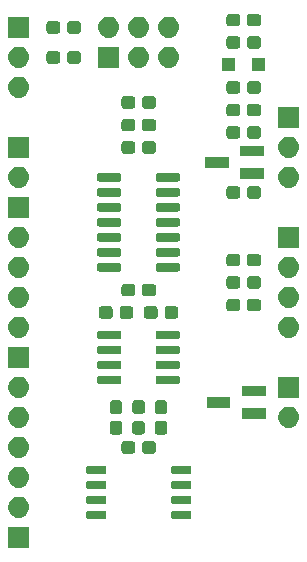
<source format=gbr>
%TF.GenerationSoftware,KiCad,Pcbnew,(5.1.2)-2*%
%TF.CreationDate,2019-08-30T16:56:42-04:00*%
%TF.ProjectId,ButtonInterfaceBoard 0-2,42757474-6f6e-4496-9e74-657266616365,rev?*%
%TF.SameCoordinates,Original*%
%TF.FileFunction,Soldermask,Top*%
%TF.FilePolarity,Negative*%
%FSLAX46Y46*%
G04 Gerber Fmt 4.6, Leading zero omitted, Abs format (unit mm)*
G04 Created by KiCad (PCBNEW (5.1.2)-2) date 2019-08-30 16:56:42*
%MOMM*%
%LPD*%
G04 APERTURE LIST*
%ADD10C,0.100000*%
G04 APERTURE END LIST*
D10*
G36*
X97420800Y-99960800D02*
G01*
X95619200Y-99960800D01*
X95619200Y-98159200D01*
X97420800Y-98159200D01*
X97420800Y-99960800D01*
X97420800Y-99960800D01*
G37*
G36*
X110999820Y-96807447D02*
G01*
X111030314Y-96816697D01*
X111058422Y-96831721D01*
X111083059Y-96851941D01*
X111103279Y-96876578D01*
X111118303Y-96904686D01*
X111127553Y-96935180D01*
X111130800Y-96968150D01*
X111130800Y-97341850D01*
X111127553Y-97374820D01*
X111118303Y-97405314D01*
X111103279Y-97433422D01*
X111083059Y-97458059D01*
X111058422Y-97478279D01*
X111030314Y-97493303D01*
X110999820Y-97502553D01*
X110966850Y-97505800D01*
X109593150Y-97505800D01*
X109560180Y-97502553D01*
X109529686Y-97493303D01*
X109501578Y-97478279D01*
X109476941Y-97458059D01*
X109456721Y-97433422D01*
X109441697Y-97405314D01*
X109432447Y-97374820D01*
X109429200Y-97341850D01*
X109429200Y-96968150D01*
X109432447Y-96935180D01*
X109441697Y-96904686D01*
X109456721Y-96876578D01*
X109476941Y-96851941D01*
X109501578Y-96831721D01*
X109529686Y-96816697D01*
X109560180Y-96807447D01*
X109593150Y-96804200D01*
X110966850Y-96804200D01*
X110999820Y-96807447D01*
X110999820Y-96807447D01*
G37*
G36*
X103799820Y-96807447D02*
G01*
X103830314Y-96816697D01*
X103858422Y-96831721D01*
X103883059Y-96851941D01*
X103903279Y-96876578D01*
X103918303Y-96904686D01*
X103927553Y-96935180D01*
X103930800Y-96968150D01*
X103930800Y-97341850D01*
X103927553Y-97374820D01*
X103918303Y-97405314D01*
X103903279Y-97433422D01*
X103883059Y-97458059D01*
X103858422Y-97478279D01*
X103830314Y-97493303D01*
X103799820Y-97502553D01*
X103766850Y-97505800D01*
X102393150Y-97505800D01*
X102360180Y-97502553D01*
X102329686Y-97493303D01*
X102301578Y-97478279D01*
X102276941Y-97458059D01*
X102256721Y-97433422D01*
X102241697Y-97405314D01*
X102232447Y-97374820D01*
X102229200Y-97341850D01*
X102229200Y-96968150D01*
X102232447Y-96935180D01*
X102241697Y-96904686D01*
X102256721Y-96876578D01*
X102276941Y-96851941D01*
X102301578Y-96831721D01*
X102329686Y-96816697D01*
X102360180Y-96807447D01*
X102393150Y-96804200D01*
X103766850Y-96804200D01*
X103799820Y-96807447D01*
X103799820Y-96807447D01*
G37*
G36*
X96696588Y-95632234D02*
G01*
X96696591Y-95632235D01*
X96866388Y-95683742D01*
X97022878Y-95767388D01*
X97160043Y-95879957D01*
X97272612Y-96017122D01*
X97356258Y-96173612D01*
X97366774Y-96208279D01*
X97407766Y-96343412D01*
X97425158Y-96520000D01*
X97407766Y-96696588D01*
X97407765Y-96696591D01*
X97356258Y-96866388D01*
X97272612Y-97022878D01*
X97160043Y-97160043D01*
X97022878Y-97272612D01*
X96866388Y-97356258D01*
X96716008Y-97401875D01*
X96696588Y-97407766D01*
X96564249Y-97420800D01*
X96475751Y-97420800D01*
X96343412Y-97407766D01*
X96323992Y-97401875D01*
X96173612Y-97356258D01*
X96017122Y-97272612D01*
X95879957Y-97160043D01*
X95767388Y-97022878D01*
X95683742Y-96866388D01*
X95632235Y-96696591D01*
X95632234Y-96696588D01*
X95614842Y-96520000D01*
X95632234Y-96343412D01*
X95673226Y-96208279D01*
X95683742Y-96173612D01*
X95767388Y-96017122D01*
X95879957Y-95879957D01*
X96017122Y-95767388D01*
X96173612Y-95683742D01*
X96343409Y-95632235D01*
X96343412Y-95632234D01*
X96475751Y-95619200D01*
X96564249Y-95619200D01*
X96696588Y-95632234D01*
X96696588Y-95632234D01*
G37*
G36*
X110999820Y-95537447D02*
G01*
X111030314Y-95546697D01*
X111058422Y-95561721D01*
X111083059Y-95581941D01*
X111103279Y-95606578D01*
X111118303Y-95634686D01*
X111127553Y-95665180D01*
X111130800Y-95698150D01*
X111130800Y-96071850D01*
X111127553Y-96104820D01*
X111118303Y-96135314D01*
X111103279Y-96163422D01*
X111083059Y-96188059D01*
X111058422Y-96208279D01*
X111030314Y-96223303D01*
X110999820Y-96232553D01*
X110966850Y-96235800D01*
X109593150Y-96235800D01*
X109560180Y-96232553D01*
X109529686Y-96223303D01*
X109501578Y-96208279D01*
X109476941Y-96188059D01*
X109456721Y-96163422D01*
X109441697Y-96135314D01*
X109432447Y-96104820D01*
X109429200Y-96071850D01*
X109429200Y-95698150D01*
X109432447Y-95665180D01*
X109441697Y-95634686D01*
X109456721Y-95606578D01*
X109476941Y-95581941D01*
X109501578Y-95561721D01*
X109529686Y-95546697D01*
X109560180Y-95537447D01*
X109593150Y-95534200D01*
X110966850Y-95534200D01*
X110999820Y-95537447D01*
X110999820Y-95537447D01*
G37*
G36*
X103799820Y-95537447D02*
G01*
X103830314Y-95546697D01*
X103858422Y-95561721D01*
X103883059Y-95581941D01*
X103903279Y-95606578D01*
X103918303Y-95634686D01*
X103927553Y-95665180D01*
X103930800Y-95698150D01*
X103930800Y-96071850D01*
X103927553Y-96104820D01*
X103918303Y-96135314D01*
X103903279Y-96163422D01*
X103883059Y-96188059D01*
X103858422Y-96208279D01*
X103830314Y-96223303D01*
X103799820Y-96232553D01*
X103766850Y-96235800D01*
X102393150Y-96235800D01*
X102360180Y-96232553D01*
X102329686Y-96223303D01*
X102301578Y-96208279D01*
X102276941Y-96188059D01*
X102256721Y-96163422D01*
X102241697Y-96135314D01*
X102232447Y-96104820D01*
X102229200Y-96071850D01*
X102229200Y-95698150D01*
X102232447Y-95665180D01*
X102241697Y-95634686D01*
X102256721Y-95606578D01*
X102276941Y-95581941D01*
X102301578Y-95561721D01*
X102329686Y-95546697D01*
X102360180Y-95537447D01*
X102393150Y-95534200D01*
X103766850Y-95534200D01*
X103799820Y-95537447D01*
X103799820Y-95537447D01*
G37*
G36*
X110999820Y-94267447D02*
G01*
X111030314Y-94276697D01*
X111058422Y-94291721D01*
X111083059Y-94311941D01*
X111103279Y-94336578D01*
X111118303Y-94364686D01*
X111127553Y-94395180D01*
X111130800Y-94428150D01*
X111130800Y-94801850D01*
X111127553Y-94834820D01*
X111118303Y-94865314D01*
X111103279Y-94893422D01*
X111083059Y-94918059D01*
X111058422Y-94938279D01*
X111030314Y-94953303D01*
X110999820Y-94962553D01*
X110966850Y-94965800D01*
X109593150Y-94965800D01*
X109560180Y-94962553D01*
X109529686Y-94953303D01*
X109501578Y-94938279D01*
X109476941Y-94918059D01*
X109456721Y-94893422D01*
X109441697Y-94865314D01*
X109432447Y-94834820D01*
X109429200Y-94801850D01*
X109429200Y-94428150D01*
X109432447Y-94395180D01*
X109441697Y-94364686D01*
X109456721Y-94336578D01*
X109476941Y-94311941D01*
X109501578Y-94291721D01*
X109529686Y-94276697D01*
X109560180Y-94267447D01*
X109593150Y-94264200D01*
X110966850Y-94264200D01*
X110999820Y-94267447D01*
X110999820Y-94267447D01*
G37*
G36*
X103799820Y-94267447D02*
G01*
X103830314Y-94276697D01*
X103858422Y-94291721D01*
X103883059Y-94311941D01*
X103903279Y-94336578D01*
X103918303Y-94364686D01*
X103927553Y-94395180D01*
X103930800Y-94428150D01*
X103930800Y-94801850D01*
X103927553Y-94834820D01*
X103918303Y-94865314D01*
X103903279Y-94893422D01*
X103883059Y-94918059D01*
X103858422Y-94938279D01*
X103830314Y-94953303D01*
X103799820Y-94962553D01*
X103766850Y-94965800D01*
X102393150Y-94965800D01*
X102360180Y-94962553D01*
X102329686Y-94953303D01*
X102301578Y-94938279D01*
X102276941Y-94918059D01*
X102256721Y-94893422D01*
X102241697Y-94865314D01*
X102232447Y-94834820D01*
X102229200Y-94801850D01*
X102229200Y-94428150D01*
X102232447Y-94395180D01*
X102241697Y-94364686D01*
X102256721Y-94336578D01*
X102276941Y-94311941D01*
X102301578Y-94291721D01*
X102329686Y-94276697D01*
X102360180Y-94267447D01*
X102393150Y-94264200D01*
X103766850Y-94264200D01*
X103799820Y-94267447D01*
X103799820Y-94267447D01*
G37*
G36*
X96696588Y-93092234D02*
G01*
X96696591Y-93092235D01*
X96866388Y-93143742D01*
X97022878Y-93227388D01*
X97160043Y-93339957D01*
X97272612Y-93477122D01*
X97356258Y-93633612D01*
X97366774Y-93668279D01*
X97407766Y-93803412D01*
X97425158Y-93980000D01*
X97407766Y-94156588D01*
X97407765Y-94156591D01*
X97356258Y-94326388D01*
X97272612Y-94482878D01*
X97160043Y-94620043D01*
X97022878Y-94732612D01*
X96866388Y-94816258D01*
X96716008Y-94861875D01*
X96696588Y-94867766D01*
X96564249Y-94880800D01*
X96475751Y-94880800D01*
X96343412Y-94867766D01*
X96323992Y-94861875D01*
X96173612Y-94816258D01*
X96017122Y-94732612D01*
X95879957Y-94620043D01*
X95767388Y-94482878D01*
X95683742Y-94326388D01*
X95632235Y-94156591D01*
X95632234Y-94156588D01*
X95614842Y-93980000D01*
X95632234Y-93803412D01*
X95673226Y-93668279D01*
X95683742Y-93633612D01*
X95767388Y-93477122D01*
X95879957Y-93339957D01*
X96017122Y-93227388D01*
X96173612Y-93143742D01*
X96343409Y-93092235D01*
X96343412Y-93092234D01*
X96475751Y-93079200D01*
X96564249Y-93079200D01*
X96696588Y-93092234D01*
X96696588Y-93092234D01*
G37*
G36*
X110999820Y-92997447D02*
G01*
X111030314Y-93006697D01*
X111058422Y-93021721D01*
X111083059Y-93041941D01*
X111103279Y-93066578D01*
X111118303Y-93094686D01*
X111127553Y-93125180D01*
X111130800Y-93158150D01*
X111130800Y-93531850D01*
X111127553Y-93564820D01*
X111118303Y-93595314D01*
X111103279Y-93623422D01*
X111083059Y-93648059D01*
X111058422Y-93668279D01*
X111030314Y-93683303D01*
X110999820Y-93692553D01*
X110966850Y-93695800D01*
X109593150Y-93695800D01*
X109560180Y-93692553D01*
X109529686Y-93683303D01*
X109501578Y-93668279D01*
X109476941Y-93648059D01*
X109456721Y-93623422D01*
X109441697Y-93595314D01*
X109432447Y-93564820D01*
X109429200Y-93531850D01*
X109429200Y-93158150D01*
X109432447Y-93125180D01*
X109441697Y-93094686D01*
X109456721Y-93066578D01*
X109476941Y-93041941D01*
X109501578Y-93021721D01*
X109529686Y-93006697D01*
X109560180Y-92997447D01*
X109593150Y-92994200D01*
X110966850Y-92994200D01*
X110999820Y-92997447D01*
X110999820Y-92997447D01*
G37*
G36*
X103799820Y-92997447D02*
G01*
X103830314Y-93006697D01*
X103858422Y-93021721D01*
X103883059Y-93041941D01*
X103903279Y-93066578D01*
X103918303Y-93094686D01*
X103927553Y-93125180D01*
X103930800Y-93158150D01*
X103930800Y-93531850D01*
X103927553Y-93564820D01*
X103918303Y-93595314D01*
X103903279Y-93623422D01*
X103883059Y-93648059D01*
X103858422Y-93668279D01*
X103830314Y-93683303D01*
X103799820Y-93692553D01*
X103766850Y-93695800D01*
X102393150Y-93695800D01*
X102360180Y-93692553D01*
X102329686Y-93683303D01*
X102301578Y-93668279D01*
X102276941Y-93648059D01*
X102256721Y-93623422D01*
X102241697Y-93595314D01*
X102232447Y-93564820D01*
X102229200Y-93531850D01*
X102229200Y-93158150D01*
X102232447Y-93125180D01*
X102241697Y-93094686D01*
X102256721Y-93066578D01*
X102276941Y-93041941D01*
X102301578Y-93021721D01*
X102329686Y-93006697D01*
X102360180Y-92997447D01*
X102393150Y-92994200D01*
X103766850Y-92994200D01*
X103799820Y-92997447D01*
X103799820Y-92997447D01*
G37*
G36*
X96696588Y-90552234D02*
G01*
X96696591Y-90552235D01*
X96866388Y-90603742D01*
X97022878Y-90687388D01*
X97160043Y-90799957D01*
X97272612Y-90937122D01*
X97356258Y-91093612D01*
X97401875Y-91243992D01*
X97407766Y-91263412D01*
X97425158Y-91440000D01*
X97407766Y-91616588D01*
X97407765Y-91616591D01*
X97356258Y-91786388D01*
X97272612Y-91942878D01*
X97160043Y-92080043D01*
X97022878Y-92192612D01*
X96866388Y-92276258D01*
X96716008Y-92321875D01*
X96696588Y-92327766D01*
X96564249Y-92340800D01*
X96475751Y-92340800D01*
X96343412Y-92327766D01*
X96323992Y-92321875D01*
X96173612Y-92276258D01*
X96017122Y-92192612D01*
X95879957Y-92080043D01*
X95767388Y-91942878D01*
X95683742Y-91786388D01*
X95632235Y-91616591D01*
X95632234Y-91616588D01*
X95614842Y-91440000D01*
X95632234Y-91263412D01*
X95638125Y-91243992D01*
X95683742Y-91093612D01*
X95767388Y-90937122D01*
X95879957Y-90799957D01*
X96017122Y-90687388D01*
X96173612Y-90603742D01*
X96343409Y-90552235D01*
X96343412Y-90552234D01*
X96475751Y-90539200D01*
X96564249Y-90539200D01*
X96696588Y-90552234D01*
X96696588Y-90552234D01*
G37*
G36*
X107929391Y-90919129D02*
G01*
X107976299Y-90933358D01*
X108019535Y-90956468D01*
X108057431Y-90987569D01*
X108088532Y-91025465D01*
X108111642Y-91068701D01*
X108125871Y-91115609D01*
X108130800Y-91165651D01*
X108130800Y-91714349D01*
X108125871Y-91764391D01*
X108111642Y-91811299D01*
X108088532Y-91854535D01*
X108057431Y-91892431D01*
X108019535Y-91923532D01*
X107976299Y-91946642D01*
X107929391Y-91960871D01*
X107879349Y-91965800D01*
X107230651Y-91965800D01*
X107180609Y-91960871D01*
X107133701Y-91946642D01*
X107090465Y-91923532D01*
X107052569Y-91892431D01*
X107021468Y-91854535D01*
X106998358Y-91811299D01*
X106984129Y-91764391D01*
X106979200Y-91714349D01*
X106979200Y-91165651D01*
X106984129Y-91115609D01*
X106998358Y-91068701D01*
X107021468Y-91025465D01*
X107052569Y-90987569D01*
X107090465Y-90956468D01*
X107133701Y-90933358D01*
X107180609Y-90919129D01*
X107230651Y-90914200D01*
X107879349Y-90914200D01*
X107929391Y-90919129D01*
X107929391Y-90919129D01*
G37*
G36*
X106179391Y-90919129D02*
G01*
X106226299Y-90933358D01*
X106269535Y-90956468D01*
X106307431Y-90987569D01*
X106338532Y-91025465D01*
X106361642Y-91068701D01*
X106375871Y-91115609D01*
X106380800Y-91165651D01*
X106380800Y-91714349D01*
X106375871Y-91764391D01*
X106361642Y-91811299D01*
X106338532Y-91854535D01*
X106307431Y-91892431D01*
X106269535Y-91923532D01*
X106226299Y-91946642D01*
X106179391Y-91960871D01*
X106129349Y-91965800D01*
X105480651Y-91965800D01*
X105430609Y-91960871D01*
X105383701Y-91946642D01*
X105340465Y-91923532D01*
X105302569Y-91892431D01*
X105271468Y-91854535D01*
X105248358Y-91811299D01*
X105234129Y-91764391D01*
X105229200Y-91714349D01*
X105229200Y-91165651D01*
X105234129Y-91115609D01*
X105248358Y-91068701D01*
X105271468Y-91025465D01*
X105302569Y-90987569D01*
X105340465Y-90956468D01*
X105383701Y-90933358D01*
X105430609Y-90919129D01*
X105480651Y-90914200D01*
X106129349Y-90914200D01*
X106179391Y-90919129D01*
X106179391Y-90919129D01*
G37*
G36*
X107004391Y-89204129D02*
G01*
X107051299Y-89218358D01*
X107094535Y-89241468D01*
X107132431Y-89272569D01*
X107163532Y-89310465D01*
X107186642Y-89353701D01*
X107200871Y-89400609D01*
X107205800Y-89450651D01*
X107205800Y-90099349D01*
X107200871Y-90149391D01*
X107186642Y-90196299D01*
X107163532Y-90239535D01*
X107132431Y-90277431D01*
X107094535Y-90308532D01*
X107051299Y-90331642D01*
X107004391Y-90345871D01*
X106954349Y-90350800D01*
X106405651Y-90350800D01*
X106355609Y-90345871D01*
X106308701Y-90331642D01*
X106265465Y-90308532D01*
X106227569Y-90277431D01*
X106196468Y-90239535D01*
X106173358Y-90196299D01*
X106159129Y-90149391D01*
X106154200Y-90099349D01*
X106154200Y-89450651D01*
X106159129Y-89400609D01*
X106173358Y-89353701D01*
X106196468Y-89310465D01*
X106227569Y-89272569D01*
X106265465Y-89241468D01*
X106308701Y-89218358D01*
X106355609Y-89204129D01*
X106405651Y-89199200D01*
X106954349Y-89199200D01*
X107004391Y-89204129D01*
X107004391Y-89204129D01*
G37*
G36*
X108909391Y-89204129D02*
G01*
X108956299Y-89218358D01*
X108999535Y-89241468D01*
X109037431Y-89272569D01*
X109068532Y-89310465D01*
X109091642Y-89353701D01*
X109105871Y-89400609D01*
X109110800Y-89450651D01*
X109110800Y-90099349D01*
X109105871Y-90149391D01*
X109091642Y-90196299D01*
X109068532Y-90239535D01*
X109037431Y-90277431D01*
X108999535Y-90308532D01*
X108956299Y-90331642D01*
X108909391Y-90345871D01*
X108859349Y-90350800D01*
X108310651Y-90350800D01*
X108260609Y-90345871D01*
X108213701Y-90331642D01*
X108170465Y-90308532D01*
X108132569Y-90277431D01*
X108101468Y-90239535D01*
X108078358Y-90196299D01*
X108064129Y-90149391D01*
X108059200Y-90099349D01*
X108059200Y-89450651D01*
X108064129Y-89400609D01*
X108078358Y-89353701D01*
X108101468Y-89310465D01*
X108132569Y-89272569D01*
X108170465Y-89241468D01*
X108213701Y-89218358D01*
X108260609Y-89204129D01*
X108310651Y-89199200D01*
X108859349Y-89199200D01*
X108909391Y-89204129D01*
X108909391Y-89204129D01*
G37*
G36*
X105099391Y-89204129D02*
G01*
X105146299Y-89218358D01*
X105189535Y-89241468D01*
X105227431Y-89272569D01*
X105258532Y-89310465D01*
X105281642Y-89353701D01*
X105295871Y-89400609D01*
X105300800Y-89450651D01*
X105300800Y-90099349D01*
X105295871Y-90149391D01*
X105281642Y-90196299D01*
X105258532Y-90239535D01*
X105227431Y-90277431D01*
X105189535Y-90308532D01*
X105146299Y-90331642D01*
X105099391Y-90345871D01*
X105049349Y-90350800D01*
X104500651Y-90350800D01*
X104450609Y-90345871D01*
X104403701Y-90331642D01*
X104360465Y-90308532D01*
X104322569Y-90277431D01*
X104291468Y-90239535D01*
X104268358Y-90196299D01*
X104254129Y-90149391D01*
X104249200Y-90099349D01*
X104249200Y-89450651D01*
X104254129Y-89400609D01*
X104268358Y-89353701D01*
X104291468Y-89310465D01*
X104322569Y-89272569D01*
X104360465Y-89241468D01*
X104403701Y-89218358D01*
X104450609Y-89204129D01*
X104500651Y-89199200D01*
X105049349Y-89199200D01*
X105099391Y-89204129D01*
X105099391Y-89204129D01*
G37*
G36*
X119556588Y-88012234D02*
G01*
X119556591Y-88012235D01*
X119726388Y-88063742D01*
X119882878Y-88147388D01*
X120020043Y-88259957D01*
X120132612Y-88397122D01*
X120216258Y-88553612D01*
X120229077Y-88595871D01*
X120267766Y-88723412D01*
X120285158Y-88900000D01*
X120267766Y-89076588D01*
X120267765Y-89076591D01*
X120216258Y-89246388D01*
X120132612Y-89402878D01*
X120020043Y-89540043D01*
X119882878Y-89652612D01*
X119726388Y-89736258D01*
X119576008Y-89781875D01*
X119556588Y-89787766D01*
X119424249Y-89800800D01*
X119335751Y-89800800D01*
X119203412Y-89787766D01*
X119183992Y-89781875D01*
X119033612Y-89736258D01*
X118877122Y-89652612D01*
X118739957Y-89540043D01*
X118627388Y-89402878D01*
X118543742Y-89246388D01*
X118492235Y-89076591D01*
X118492234Y-89076588D01*
X118474842Y-88900000D01*
X118492234Y-88723412D01*
X118530923Y-88595871D01*
X118543742Y-88553612D01*
X118627388Y-88397122D01*
X118739957Y-88259957D01*
X118877122Y-88147388D01*
X119033612Y-88063742D01*
X119203409Y-88012235D01*
X119203412Y-88012234D01*
X119335751Y-87999200D01*
X119424249Y-87999200D01*
X119556588Y-88012234D01*
X119556588Y-88012234D01*
G37*
G36*
X96696588Y-88012234D02*
G01*
X96696591Y-88012235D01*
X96866388Y-88063742D01*
X97022878Y-88147388D01*
X97160043Y-88259957D01*
X97272612Y-88397122D01*
X97356258Y-88553612D01*
X97369077Y-88595871D01*
X97407766Y-88723412D01*
X97425158Y-88900000D01*
X97407766Y-89076588D01*
X97407765Y-89076591D01*
X97356258Y-89246388D01*
X97272612Y-89402878D01*
X97160043Y-89540043D01*
X97022878Y-89652612D01*
X96866388Y-89736258D01*
X96716008Y-89781875D01*
X96696588Y-89787766D01*
X96564249Y-89800800D01*
X96475751Y-89800800D01*
X96343412Y-89787766D01*
X96323992Y-89781875D01*
X96173612Y-89736258D01*
X96017122Y-89652612D01*
X95879957Y-89540043D01*
X95767388Y-89402878D01*
X95683742Y-89246388D01*
X95632235Y-89076591D01*
X95632234Y-89076588D01*
X95614842Y-88900000D01*
X95632234Y-88723412D01*
X95670923Y-88595871D01*
X95683742Y-88553612D01*
X95767388Y-88397122D01*
X95879957Y-88259957D01*
X96017122Y-88147388D01*
X96173612Y-88063742D01*
X96343409Y-88012235D01*
X96343412Y-88012234D01*
X96475751Y-87999200D01*
X96564249Y-87999200D01*
X96696588Y-88012234D01*
X96696588Y-88012234D01*
G37*
G36*
X117435800Y-89030800D02*
G01*
X115434200Y-89030800D01*
X115434200Y-88129200D01*
X117435800Y-88129200D01*
X117435800Y-89030800D01*
X117435800Y-89030800D01*
G37*
G36*
X105099391Y-87454129D02*
G01*
X105146299Y-87468358D01*
X105189535Y-87491468D01*
X105227431Y-87522569D01*
X105258532Y-87560465D01*
X105281642Y-87603701D01*
X105295871Y-87650609D01*
X105300800Y-87700651D01*
X105300800Y-88349349D01*
X105295871Y-88399391D01*
X105281642Y-88446299D01*
X105258532Y-88489535D01*
X105227431Y-88527431D01*
X105189535Y-88558532D01*
X105146299Y-88581642D01*
X105099391Y-88595871D01*
X105049349Y-88600800D01*
X104500651Y-88600800D01*
X104450609Y-88595871D01*
X104403701Y-88581642D01*
X104360465Y-88558532D01*
X104322569Y-88527431D01*
X104291468Y-88489535D01*
X104268358Y-88446299D01*
X104254129Y-88399391D01*
X104249200Y-88349349D01*
X104249200Y-87700651D01*
X104254129Y-87650609D01*
X104268358Y-87603701D01*
X104291468Y-87560465D01*
X104322569Y-87522569D01*
X104360465Y-87491468D01*
X104403701Y-87468358D01*
X104450609Y-87454129D01*
X104500651Y-87449200D01*
X105049349Y-87449200D01*
X105099391Y-87454129D01*
X105099391Y-87454129D01*
G37*
G36*
X108909391Y-87454129D02*
G01*
X108956299Y-87468358D01*
X108999535Y-87491468D01*
X109037431Y-87522569D01*
X109068532Y-87560465D01*
X109091642Y-87603701D01*
X109105871Y-87650609D01*
X109110800Y-87700651D01*
X109110800Y-88349349D01*
X109105871Y-88399391D01*
X109091642Y-88446299D01*
X109068532Y-88489535D01*
X109037431Y-88527431D01*
X108999535Y-88558532D01*
X108956299Y-88581642D01*
X108909391Y-88595871D01*
X108859349Y-88600800D01*
X108310651Y-88600800D01*
X108260609Y-88595871D01*
X108213701Y-88581642D01*
X108170465Y-88558532D01*
X108132569Y-88527431D01*
X108101468Y-88489535D01*
X108078358Y-88446299D01*
X108064129Y-88399391D01*
X108059200Y-88349349D01*
X108059200Y-87700651D01*
X108064129Y-87650609D01*
X108078358Y-87603701D01*
X108101468Y-87560465D01*
X108132569Y-87522569D01*
X108170465Y-87491468D01*
X108213701Y-87468358D01*
X108260609Y-87454129D01*
X108310651Y-87449200D01*
X108859349Y-87449200D01*
X108909391Y-87454129D01*
X108909391Y-87454129D01*
G37*
G36*
X107004391Y-87454129D02*
G01*
X107051299Y-87468358D01*
X107094535Y-87491468D01*
X107132431Y-87522569D01*
X107163532Y-87560465D01*
X107186642Y-87603701D01*
X107200871Y-87650609D01*
X107205800Y-87700651D01*
X107205800Y-88349349D01*
X107200871Y-88399391D01*
X107186642Y-88446299D01*
X107163532Y-88489535D01*
X107132431Y-88527431D01*
X107094535Y-88558532D01*
X107051299Y-88581642D01*
X107004391Y-88595871D01*
X106954349Y-88600800D01*
X106405651Y-88600800D01*
X106355609Y-88595871D01*
X106308701Y-88581642D01*
X106265465Y-88558532D01*
X106227569Y-88527431D01*
X106196468Y-88489535D01*
X106173358Y-88446299D01*
X106159129Y-88399391D01*
X106154200Y-88349349D01*
X106154200Y-87700651D01*
X106159129Y-87650609D01*
X106173358Y-87603701D01*
X106196468Y-87560465D01*
X106227569Y-87522569D01*
X106265465Y-87491468D01*
X106308701Y-87468358D01*
X106355609Y-87454129D01*
X106405651Y-87449200D01*
X106954349Y-87449200D01*
X107004391Y-87454129D01*
X107004391Y-87454129D01*
G37*
G36*
X114435800Y-88080800D02*
G01*
X112434200Y-88080800D01*
X112434200Y-87179200D01*
X114435800Y-87179200D01*
X114435800Y-88080800D01*
X114435800Y-88080800D01*
G37*
G36*
X120280800Y-87260800D02*
G01*
X118479200Y-87260800D01*
X118479200Y-85459200D01*
X120280800Y-85459200D01*
X120280800Y-87260800D01*
X120280800Y-87260800D01*
G37*
G36*
X96696588Y-85472234D02*
G01*
X96696591Y-85472235D01*
X96866388Y-85523742D01*
X97022878Y-85607388D01*
X97160043Y-85719957D01*
X97272612Y-85857122D01*
X97356258Y-86013612D01*
X97366774Y-86048279D01*
X97407766Y-86183412D01*
X97425158Y-86360000D01*
X97407766Y-86536588D01*
X97407765Y-86536591D01*
X97356258Y-86706388D01*
X97272612Y-86862878D01*
X97160043Y-87000043D01*
X97022878Y-87112612D01*
X96866388Y-87196258D01*
X96716008Y-87241875D01*
X96696588Y-87247766D01*
X96564249Y-87260800D01*
X96475751Y-87260800D01*
X96343412Y-87247766D01*
X96323992Y-87241875D01*
X96173612Y-87196258D01*
X96017122Y-87112612D01*
X95879957Y-87000043D01*
X95767388Y-86862878D01*
X95683742Y-86706388D01*
X95632235Y-86536591D01*
X95632234Y-86536588D01*
X95614842Y-86360000D01*
X95632234Y-86183412D01*
X95673226Y-86048279D01*
X95683742Y-86013612D01*
X95767388Y-85857122D01*
X95879957Y-85719957D01*
X96017122Y-85607388D01*
X96173612Y-85523742D01*
X96343409Y-85472235D01*
X96343412Y-85472234D01*
X96475751Y-85459200D01*
X96564249Y-85459200D01*
X96696588Y-85472234D01*
X96696588Y-85472234D01*
G37*
G36*
X117435800Y-87130800D02*
G01*
X115434200Y-87130800D01*
X115434200Y-86229200D01*
X117435800Y-86229200D01*
X117435800Y-87130800D01*
X117435800Y-87130800D01*
G37*
G36*
X110049820Y-85377447D02*
G01*
X110080314Y-85386697D01*
X110108422Y-85401721D01*
X110133059Y-85421941D01*
X110153279Y-85446578D01*
X110168303Y-85474686D01*
X110177553Y-85505180D01*
X110180800Y-85538150D01*
X110180800Y-85911850D01*
X110177553Y-85944820D01*
X110168303Y-85975314D01*
X110153279Y-86003422D01*
X110133059Y-86028059D01*
X110108422Y-86048279D01*
X110080314Y-86063303D01*
X110049820Y-86072553D01*
X110016850Y-86075800D01*
X108293150Y-86075800D01*
X108260180Y-86072553D01*
X108229686Y-86063303D01*
X108201578Y-86048279D01*
X108176941Y-86028059D01*
X108156721Y-86003422D01*
X108141697Y-85975314D01*
X108132447Y-85944820D01*
X108129200Y-85911850D01*
X108129200Y-85538150D01*
X108132447Y-85505180D01*
X108141697Y-85474686D01*
X108156721Y-85446578D01*
X108176941Y-85421941D01*
X108201578Y-85401721D01*
X108229686Y-85386697D01*
X108260180Y-85377447D01*
X108293150Y-85374200D01*
X110016850Y-85374200D01*
X110049820Y-85377447D01*
X110049820Y-85377447D01*
G37*
G36*
X105099820Y-85377447D02*
G01*
X105130314Y-85386697D01*
X105158422Y-85401721D01*
X105183059Y-85421941D01*
X105203279Y-85446578D01*
X105218303Y-85474686D01*
X105227553Y-85505180D01*
X105230800Y-85538150D01*
X105230800Y-85911850D01*
X105227553Y-85944820D01*
X105218303Y-85975314D01*
X105203279Y-86003422D01*
X105183059Y-86028059D01*
X105158422Y-86048279D01*
X105130314Y-86063303D01*
X105099820Y-86072553D01*
X105066850Y-86075800D01*
X103343150Y-86075800D01*
X103310180Y-86072553D01*
X103279686Y-86063303D01*
X103251578Y-86048279D01*
X103226941Y-86028059D01*
X103206721Y-86003422D01*
X103191697Y-85975314D01*
X103182447Y-85944820D01*
X103179200Y-85911850D01*
X103179200Y-85538150D01*
X103182447Y-85505180D01*
X103191697Y-85474686D01*
X103206721Y-85446578D01*
X103226941Y-85421941D01*
X103251578Y-85401721D01*
X103279686Y-85386697D01*
X103310180Y-85377447D01*
X103343150Y-85374200D01*
X105066850Y-85374200D01*
X105099820Y-85377447D01*
X105099820Y-85377447D01*
G37*
G36*
X105099820Y-84107447D02*
G01*
X105130314Y-84116697D01*
X105158422Y-84131721D01*
X105183059Y-84151941D01*
X105203279Y-84176578D01*
X105218303Y-84204686D01*
X105227553Y-84235180D01*
X105230800Y-84268150D01*
X105230800Y-84641850D01*
X105227553Y-84674820D01*
X105218303Y-84705314D01*
X105203279Y-84733422D01*
X105183059Y-84758059D01*
X105158422Y-84778279D01*
X105130314Y-84793303D01*
X105099820Y-84802553D01*
X105066850Y-84805800D01*
X103343150Y-84805800D01*
X103310180Y-84802553D01*
X103279686Y-84793303D01*
X103251578Y-84778279D01*
X103226941Y-84758059D01*
X103206721Y-84733422D01*
X103191697Y-84705314D01*
X103182447Y-84674820D01*
X103179200Y-84641850D01*
X103179200Y-84268150D01*
X103182447Y-84235180D01*
X103191697Y-84204686D01*
X103206721Y-84176578D01*
X103226941Y-84151941D01*
X103251578Y-84131721D01*
X103279686Y-84116697D01*
X103310180Y-84107447D01*
X103343150Y-84104200D01*
X105066850Y-84104200D01*
X105099820Y-84107447D01*
X105099820Y-84107447D01*
G37*
G36*
X110049820Y-84107447D02*
G01*
X110080314Y-84116697D01*
X110108422Y-84131721D01*
X110133059Y-84151941D01*
X110153279Y-84176578D01*
X110168303Y-84204686D01*
X110177553Y-84235180D01*
X110180800Y-84268150D01*
X110180800Y-84641850D01*
X110177553Y-84674820D01*
X110168303Y-84705314D01*
X110153279Y-84733422D01*
X110133059Y-84758059D01*
X110108422Y-84778279D01*
X110080314Y-84793303D01*
X110049820Y-84802553D01*
X110016850Y-84805800D01*
X108293150Y-84805800D01*
X108260180Y-84802553D01*
X108229686Y-84793303D01*
X108201578Y-84778279D01*
X108176941Y-84758059D01*
X108156721Y-84733422D01*
X108141697Y-84705314D01*
X108132447Y-84674820D01*
X108129200Y-84641850D01*
X108129200Y-84268150D01*
X108132447Y-84235180D01*
X108141697Y-84204686D01*
X108156721Y-84176578D01*
X108176941Y-84151941D01*
X108201578Y-84131721D01*
X108229686Y-84116697D01*
X108260180Y-84107447D01*
X108293150Y-84104200D01*
X110016850Y-84104200D01*
X110049820Y-84107447D01*
X110049820Y-84107447D01*
G37*
G36*
X97420800Y-84720800D02*
G01*
X95619200Y-84720800D01*
X95619200Y-82919200D01*
X97420800Y-82919200D01*
X97420800Y-84720800D01*
X97420800Y-84720800D01*
G37*
G36*
X110049820Y-82837447D02*
G01*
X110080314Y-82846697D01*
X110108422Y-82861721D01*
X110133059Y-82881941D01*
X110153279Y-82906578D01*
X110168303Y-82934686D01*
X110177553Y-82965180D01*
X110180800Y-82998150D01*
X110180800Y-83371850D01*
X110177553Y-83404820D01*
X110168303Y-83435314D01*
X110153279Y-83463422D01*
X110133059Y-83488059D01*
X110108422Y-83508279D01*
X110080314Y-83523303D01*
X110049820Y-83532553D01*
X110016850Y-83535800D01*
X108293150Y-83535800D01*
X108260180Y-83532553D01*
X108229686Y-83523303D01*
X108201578Y-83508279D01*
X108176941Y-83488059D01*
X108156721Y-83463422D01*
X108141697Y-83435314D01*
X108132447Y-83404820D01*
X108129200Y-83371850D01*
X108129200Y-82998150D01*
X108132447Y-82965180D01*
X108141697Y-82934686D01*
X108156721Y-82906578D01*
X108176941Y-82881941D01*
X108201578Y-82861721D01*
X108229686Y-82846697D01*
X108260180Y-82837447D01*
X108293150Y-82834200D01*
X110016850Y-82834200D01*
X110049820Y-82837447D01*
X110049820Y-82837447D01*
G37*
G36*
X105099820Y-82837447D02*
G01*
X105130314Y-82846697D01*
X105158422Y-82861721D01*
X105183059Y-82881941D01*
X105203279Y-82906578D01*
X105218303Y-82934686D01*
X105227553Y-82965180D01*
X105230800Y-82998150D01*
X105230800Y-83371850D01*
X105227553Y-83404820D01*
X105218303Y-83435314D01*
X105203279Y-83463422D01*
X105183059Y-83488059D01*
X105158422Y-83508279D01*
X105130314Y-83523303D01*
X105099820Y-83532553D01*
X105066850Y-83535800D01*
X103343150Y-83535800D01*
X103310180Y-83532553D01*
X103279686Y-83523303D01*
X103251578Y-83508279D01*
X103226941Y-83488059D01*
X103206721Y-83463422D01*
X103191697Y-83435314D01*
X103182447Y-83404820D01*
X103179200Y-83371850D01*
X103179200Y-82998150D01*
X103182447Y-82965180D01*
X103191697Y-82934686D01*
X103206721Y-82906578D01*
X103226941Y-82881941D01*
X103251578Y-82861721D01*
X103279686Y-82846697D01*
X103310180Y-82837447D01*
X103343150Y-82834200D01*
X105066850Y-82834200D01*
X105099820Y-82837447D01*
X105099820Y-82837447D01*
G37*
G36*
X110049820Y-81567447D02*
G01*
X110080314Y-81576697D01*
X110108422Y-81591721D01*
X110133059Y-81611941D01*
X110153279Y-81636578D01*
X110168303Y-81664686D01*
X110177553Y-81695180D01*
X110180800Y-81728150D01*
X110180800Y-82101850D01*
X110177553Y-82134820D01*
X110168303Y-82165314D01*
X110153279Y-82193422D01*
X110133059Y-82218059D01*
X110108422Y-82238279D01*
X110080314Y-82253303D01*
X110049820Y-82262553D01*
X110016850Y-82265800D01*
X108293150Y-82265800D01*
X108260180Y-82262553D01*
X108229686Y-82253303D01*
X108201578Y-82238279D01*
X108176941Y-82218059D01*
X108156721Y-82193422D01*
X108141697Y-82165314D01*
X108132447Y-82134820D01*
X108129200Y-82101850D01*
X108129200Y-81728150D01*
X108132447Y-81695180D01*
X108141697Y-81664686D01*
X108156721Y-81636578D01*
X108176941Y-81611941D01*
X108201578Y-81591721D01*
X108229686Y-81576697D01*
X108260180Y-81567447D01*
X108293150Y-81564200D01*
X110016850Y-81564200D01*
X110049820Y-81567447D01*
X110049820Y-81567447D01*
G37*
G36*
X105099820Y-81567447D02*
G01*
X105130314Y-81576697D01*
X105158422Y-81591721D01*
X105183059Y-81611941D01*
X105203279Y-81636578D01*
X105218303Y-81664686D01*
X105227553Y-81695180D01*
X105230800Y-81728150D01*
X105230800Y-82101850D01*
X105227553Y-82134820D01*
X105218303Y-82165314D01*
X105203279Y-82193422D01*
X105183059Y-82218059D01*
X105158422Y-82238279D01*
X105130314Y-82253303D01*
X105099820Y-82262553D01*
X105066850Y-82265800D01*
X103343150Y-82265800D01*
X103310180Y-82262553D01*
X103279686Y-82253303D01*
X103251578Y-82238279D01*
X103226941Y-82218059D01*
X103206721Y-82193422D01*
X103191697Y-82165314D01*
X103182447Y-82134820D01*
X103179200Y-82101850D01*
X103179200Y-81728150D01*
X103182447Y-81695180D01*
X103191697Y-81664686D01*
X103206721Y-81636578D01*
X103226941Y-81611941D01*
X103251578Y-81591721D01*
X103279686Y-81576697D01*
X103310180Y-81567447D01*
X103343150Y-81564200D01*
X105066850Y-81564200D01*
X105099820Y-81567447D01*
X105099820Y-81567447D01*
G37*
G36*
X96696588Y-80392234D02*
G01*
X96696591Y-80392235D01*
X96866388Y-80443742D01*
X97022878Y-80527388D01*
X97160043Y-80639957D01*
X97272612Y-80777122D01*
X97356258Y-80933612D01*
X97401875Y-81083992D01*
X97407766Y-81103412D01*
X97425158Y-81280000D01*
X97407766Y-81456588D01*
X97407765Y-81456591D01*
X97356258Y-81626388D01*
X97272612Y-81782878D01*
X97160043Y-81920043D01*
X97022878Y-82032612D01*
X96866388Y-82116258D01*
X96716008Y-82161875D01*
X96696588Y-82167766D01*
X96564249Y-82180800D01*
X96475751Y-82180800D01*
X96343412Y-82167766D01*
X96323992Y-82161875D01*
X96173612Y-82116258D01*
X96017122Y-82032612D01*
X95879957Y-81920043D01*
X95767388Y-81782878D01*
X95683742Y-81626388D01*
X95632235Y-81456591D01*
X95632234Y-81456588D01*
X95614842Y-81280000D01*
X95632234Y-81103412D01*
X95638125Y-81083992D01*
X95683742Y-80933612D01*
X95767388Y-80777122D01*
X95879957Y-80639957D01*
X96017122Y-80527388D01*
X96173612Y-80443742D01*
X96343409Y-80392235D01*
X96343412Y-80392234D01*
X96475751Y-80379200D01*
X96564249Y-80379200D01*
X96696588Y-80392234D01*
X96696588Y-80392234D01*
G37*
G36*
X119556588Y-80392234D02*
G01*
X119556591Y-80392235D01*
X119726388Y-80443742D01*
X119882878Y-80527388D01*
X120020043Y-80639957D01*
X120132612Y-80777122D01*
X120216258Y-80933612D01*
X120261875Y-81083992D01*
X120267766Y-81103412D01*
X120285158Y-81280000D01*
X120267766Y-81456588D01*
X120267765Y-81456591D01*
X120216258Y-81626388D01*
X120132612Y-81782878D01*
X120020043Y-81920043D01*
X119882878Y-82032612D01*
X119726388Y-82116258D01*
X119576008Y-82161875D01*
X119556588Y-82167766D01*
X119424249Y-82180800D01*
X119335751Y-82180800D01*
X119203412Y-82167766D01*
X119183992Y-82161875D01*
X119033612Y-82116258D01*
X118877122Y-82032612D01*
X118739957Y-81920043D01*
X118627388Y-81782878D01*
X118543742Y-81626388D01*
X118492235Y-81456591D01*
X118492234Y-81456588D01*
X118474842Y-81280000D01*
X118492234Y-81103412D01*
X118498125Y-81083992D01*
X118543742Y-80933612D01*
X118627388Y-80777122D01*
X118739957Y-80639957D01*
X118877122Y-80527388D01*
X119033612Y-80443742D01*
X119203409Y-80392235D01*
X119203412Y-80392234D01*
X119335751Y-80379200D01*
X119424249Y-80379200D01*
X119556588Y-80392234D01*
X119556588Y-80392234D01*
G37*
G36*
X106024391Y-79489129D02*
G01*
X106071299Y-79503358D01*
X106114535Y-79526468D01*
X106152431Y-79557569D01*
X106183532Y-79595465D01*
X106206642Y-79638701D01*
X106220871Y-79685609D01*
X106225800Y-79735651D01*
X106225800Y-80284349D01*
X106220871Y-80334391D01*
X106206642Y-80381299D01*
X106183532Y-80424535D01*
X106152431Y-80462431D01*
X106114535Y-80493532D01*
X106071299Y-80516642D01*
X106024391Y-80530871D01*
X105974349Y-80535800D01*
X105325651Y-80535800D01*
X105275609Y-80530871D01*
X105228701Y-80516642D01*
X105185465Y-80493532D01*
X105147569Y-80462431D01*
X105116468Y-80424535D01*
X105093358Y-80381299D01*
X105079129Y-80334391D01*
X105074200Y-80284349D01*
X105074200Y-79735651D01*
X105079129Y-79685609D01*
X105093358Y-79638701D01*
X105116468Y-79595465D01*
X105147569Y-79557569D01*
X105185465Y-79526468D01*
X105228701Y-79503358D01*
X105275609Y-79489129D01*
X105325651Y-79484200D01*
X105974349Y-79484200D01*
X106024391Y-79489129D01*
X106024391Y-79489129D01*
G37*
G36*
X108084391Y-79489129D02*
G01*
X108131299Y-79503358D01*
X108174535Y-79526468D01*
X108212431Y-79557569D01*
X108243532Y-79595465D01*
X108266642Y-79638701D01*
X108280871Y-79685609D01*
X108285800Y-79735651D01*
X108285800Y-80284349D01*
X108280871Y-80334391D01*
X108266642Y-80381299D01*
X108243532Y-80424535D01*
X108212431Y-80462431D01*
X108174535Y-80493532D01*
X108131299Y-80516642D01*
X108084391Y-80530871D01*
X108034349Y-80535800D01*
X107385651Y-80535800D01*
X107335609Y-80530871D01*
X107288701Y-80516642D01*
X107245465Y-80493532D01*
X107207569Y-80462431D01*
X107176468Y-80424535D01*
X107153358Y-80381299D01*
X107139129Y-80334391D01*
X107134200Y-80284349D01*
X107134200Y-79735651D01*
X107139129Y-79685609D01*
X107153358Y-79638701D01*
X107176468Y-79595465D01*
X107207569Y-79557569D01*
X107245465Y-79526468D01*
X107288701Y-79503358D01*
X107335609Y-79489129D01*
X107385651Y-79484200D01*
X108034349Y-79484200D01*
X108084391Y-79489129D01*
X108084391Y-79489129D01*
G37*
G36*
X109834391Y-79489129D02*
G01*
X109881299Y-79503358D01*
X109924535Y-79526468D01*
X109962431Y-79557569D01*
X109993532Y-79595465D01*
X110016642Y-79638701D01*
X110030871Y-79685609D01*
X110035800Y-79735651D01*
X110035800Y-80284349D01*
X110030871Y-80334391D01*
X110016642Y-80381299D01*
X109993532Y-80424535D01*
X109962431Y-80462431D01*
X109924535Y-80493532D01*
X109881299Y-80516642D01*
X109834391Y-80530871D01*
X109784349Y-80535800D01*
X109135651Y-80535800D01*
X109085609Y-80530871D01*
X109038701Y-80516642D01*
X108995465Y-80493532D01*
X108957569Y-80462431D01*
X108926468Y-80424535D01*
X108903358Y-80381299D01*
X108889129Y-80334391D01*
X108884200Y-80284349D01*
X108884200Y-79735651D01*
X108889129Y-79685609D01*
X108903358Y-79638701D01*
X108926468Y-79595465D01*
X108957569Y-79557569D01*
X108995465Y-79526468D01*
X109038701Y-79503358D01*
X109085609Y-79489129D01*
X109135651Y-79484200D01*
X109784349Y-79484200D01*
X109834391Y-79489129D01*
X109834391Y-79489129D01*
G37*
G36*
X104274391Y-79489129D02*
G01*
X104321299Y-79503358D01*
X104364535Y-79526468D01*
X104402431Y-79557569D01*
X104433532Y-79595465D01*
X104456642Y-79638701D01*
X104470871Y-79685609D01*
X104475800Y-79735651D01*
X104475800Y-80284349D01*
X104470871Y-80334391D01*
X104456642Y-80381299D01*
X104433532Y-80424535D01*
X104402431Y-80462431D01*
X104364535Y-80493532D01*
X104321299Y-80516642D01*
X104274391Y-80530871D01*
X104224349Y-80535800D01*
X103575651Y-80535800D01*
X103525609Y-80530871D01*
X103478701Y-80516642D01*
X103435465Y-80493532D01*
X103397569Y-80462431D01*
X103366468Y-80424535D01*
X103343358Y-80381299D01*
X103329129Y-80334391D01*
X103324200Y-80284349D01*
X103324200Y-79735651D01*
X103329129Y-79685609D01*
X103343358Y-79638701D01*
X103366468Y-79595465D01*
X103397569Y-79557569D01*
X103435465Y-79526468D01*
X103478701Y-79503358D01*
X103525609Y-79489129D01*
X103575651Y-79484200D01*
X104224349Y-79484200D01*
X104274391Y-79489129D01*
X104274391Y-79489129D01*
G37*
G36*
X116819391Y-78854129D02*
G01*
X116866299Y-78868358D01*
X116909535Y-78891468D01*
X116947431Y-78922569D01*
X116978532Y-78960465D01*
X117001642Y-79003701D01*
X117015871Y-79050609D01*
X117020800Y-79100651D01*
X117020800Y-79649349D01*
X117015871Y-79699391D01*
X117001642Y-79746299D01*
X116978532Y-79789535D01*
X116947431Y-79827431D01*
X116909535Y-79858532D01*
X116866299Y-79881642D01*
X116819391Y-79895871D01*
X116769349Y-79900800D01*
X116120651Y-79900800D01*
X116070609Y-79895871D01*
X116023701Y-79881642D01*
X115980465Y-79858532D01*
X115942569Y-79827431D01*
X115911468Y-79789535D01*
X115888358Y-79746299D01*
X115874129Y-79699391D01*
X115869200Y-79649349D01*
X115869200Y-79100651D01*
X115874129Y-79050609D01*
X115888358Y-79003701D01*
X115911468Y-78960465D01*
X115942569Y-78922569D01*
X115980465Y-78891468D01*
X116023701Y-78868358D01*
X116070609Y-78854129D01*
X116120651Y-78849200D01*
X116769349Y-78849200D01*
X116819391Y-78854129D01*
X116819391Y-78854129D01*
G37*
G36*
X115069391Y-78854129D02*
G01*
X115116299Y-78868358D01*
X115159535Y-78891468D01*
X115197431Y-78922569D01*
X115228532Y-78960465D01*
X115251642Y-79003701D01*
X115265871Y-79050609D01*
X115270800Y-79100651D01*
X115270800Y-79649349D01*
X115265871Y-79699391D01*
X115251642Y-79746299D01*
X115228532Y-79789535D01*
X115197431Y-79827431D01*
X115159535Y-79858532D01*
X115116299Y-79881642D01*
X115069391Y-79895871D01*
X115019349Y-79900800D01*
X114370651Y-79900800D01*
X114320609Y-79895871D01*
X114273701Y-79881642D01*
X114230465Y-79858532D01*
X114192569Y-79827431D01*
X114161468Y-79789535D01*
X114138358Y-79746299D01*
X114124129Y-79699391D01*
X114119200Y-79649349D01*
X114119200Y-79100651D01*
X114124129Y-79050609D01*
X114138358Y-79003701D01*
X114161468Y-78960465D01*
X114192569Y-78922569D01*
X114230465Y-78891468D01*
X114273701Y-78868358D01*
X114320609Y-78854129D01*
X114370651Y-78849200D01*
X115019349Y-78849200D01*
X115069391Y-78854129D01*
X115069391Y-78854129D01*
G37*
G36*
X96696588Y-77852234D02*
G01*
X96696591Y-77852235D01*
X96866388Y-77903742D01*
X97022878Y-77987388D01*
X97160043Y-78099957D01*
X97272612Y-78237122D01*
X97356258Y-78393612D01*
X97394456Y-78519535D01*
X97407766Y-78563412D01*
X97425158Y-78740000D01*
X97407766Y-78916588D01*
X97407765Y-78916591D01*
X97356258Y-79086388D01*
X97272612Y-79242878D01*
X97160043Y-79380043D01*
X97022878Y-79492612D01*
X96866388Y-79576258D01*
X96716008Y-79621875D01*
X96696588Y-79627766D01*
X96564249Y-79640800D01*
X96475751Y-79640800D01*
X96343412Y-79627766D01*
X96323992Y-79621875D01*
X96173612Y-79576258D01*
X96017122Y-79492612D01*
X95879957Y-79380043D01*
X95767388Y-79242878D01*
X95683742Y-79086388D01*
X95632235Y-78916591D01*
X95632234Y-78916588D01*
X95614842Y-78740000D01*
X95632234Y-78563412D01*
X95645544Y-78519535D01*
X95683742Y-78393612D01*
X95767388Y-78237122D01*
X95879957Y-78099957D01*
X96017122Y-77987388D01*
X96173612Y-77903742D01*
X96343409Y-77852235D01*
X96343412Y-77852234D01*
X96475751Y-77839200D01*
X96564249Y-77839200D01*
X96696588Y-77852234D01*
X96696588Y-77852234D01*
G37*
G36*
X119556588Y-77852234D02*
G01*
X119556591Y-77852235D01*
X119726388Y-77903742D01*
X119882878Y-77987388D01*
X120020043Y-78099957D01*
X120132612Y-78237122D01*
X120216258Y-78393612D01*
X120254456Y-78519535D01*
X120267766Y-78563412D01*
X120285158Y-78740000D01*
X120267766Y-78916588D01*
X120267765Y-78916591D01*
X120216258Y-79086388D01*
X120132612Y-79242878D01*
X120020043Y-79380043D01*
X119882878Y-79492612D01*
X119726388Y-79576258D01*
X119576008Y-79621875D01*
X119556588Y-79627766D01*
X119424249Y-79640800D01*
X119335751Y-79640800D01*
X119203412Y-79627766D01*
X119183992Y-79621875D01*
X119033612Y-79576258D01*
X118877122Y-79492612D01*
X118739957Y-79380043D01*
X118627388Y-79242878D01*
X118543742Y-79086388D01*
X118492235Y-78916591D01*
X118492234Y-78916588D01*
X118474842Y-78740000D01*
X118492234Y-78563412D01*
X118505544Y-78519535D01*
X118543742Y-78393612D01*
X118627388Y-78237122D01*
X118739957Y-78099957D01*
X118877122Y-77987388D01*
X119033612Y-77903742D01*
X119203409Y-77852235D01*
X119203412Y-77852234D01*
X119335751Y-77839200D01*
X119424249Y-77839200D01*
X119556588Y-77852234D01*
X119556588Y-77852234D01*
G37*
G36*
X107929391Y-77584129D02*
G01*
X107976299Y-77598358D01*
X108019535Y-77621468D01*
X108057431Y-77652569D01*
X108088532Y-77690465D01*
X108111642Y-77733701D01*
X108125871Y-77780609D01*
X108130800Y-77830651D01*
X108130800Y-78379349D01*
X108125871Y-78429391D01*
X108111642Y-78476299D01*
X108088532Y-78519535D01*
X108057431Y-78557431D01*
X108019535Y-78588532D01*
X107976299Y-78611642D01*
X107929391Y-78625871D01*
X107879349Y-78630800D01*
X107230651Y-78630800D01*
X107180609Y-78625871D01*
X107133701Y-78611642D01*
X107090465Y-78588532D01*
X107052569Y-78557431D01*
X107021468Y-78519535D01*
X106998358Y-78476299D01*
X106984129Y-78429391D01*
X106979200Y-78379349D01*
X106979200Y-77830651D01*
X106984129Y-77780609D01*
X106998358Y-77733701D01*
X107021468Y-77690465D01*
X107052569Y-77652569D01*
X107090465Y-77621468D01*
X107133701Y-77598358D01*
X107180609Y-77584129D01*
X107230651Y-77579200D01*
X107879349Y-77579200D01*
X107929391Y-77584129D01*
X107929391Y-77584129D01*
G37*
G36*
X106179391Y-77584129D02*
G01*
X106226299Y-77598358D01*
X106269535Y-77621468D01*
X106307431Y-77652569D01*
X106338532Y-77690465D01*
X106361642Y-77733701D01*
X106375871Y-77780609D01*
X106380800Y-77830651D01*
X106380800Y-78379349D01*
X106375871Y-78429391D01*
X106361642Y-78476299D01*
X106338532Y-78519535D01*
X106307431Y-78557431D01*
X106269535Y-78588532D01*
X106226299Y-78611642D01*
X106179391Y-78625871D01*
X106129349Y-78630800D01*
X105480651Y-78630800D01*
X105430609Y-78625871D01*
X105383701Y-78611642D01*
X105340465Y-78588532D01*
X105302569Y-78557431D01*
X105271468Y-78519535D01*
X105248358Y-78476299D01*
X105234129Y-78429391D01*
X105229200Y-78379349D01*
X105229200Y-77830651D01*
X105234129Y-77780609D01*
X105248358Y-77733701D01*
X105271468Y-77690465D01*
X105302569Y-77652569D01*
X105340465Y-77621468D01*
X105383701Y-77598358D01*
X105430609Y-77584129D01*
X105480651Y-77579200D01*
X106129349Y-77579200D01*
X106179391Y-77584129D01*
X106179391Y-77584129D01*
G37*
G36*
X116819391Y-76949129D02*
G01*
X116866299Y-76963358D01*
X116909535Y-76986468D01*
X116947431Y-77017569D01*
X116978532Y-77055465D01*
X117001642Y-77098701D01*
X117015871Y-77145609D01*
X117020800Y-77195651D01*
X117020800Y-77744349D01*
X117015871Y-77794391D01*
X117001642Y-77841299D01*
X116978532Y-77884535D01*
X116947431Y-77922431D01*
X116909535Y-77953532D01*
X116866299Y-77976642D01*
X116819391Y-77990871D01*
X116769349Y-77995800D01*
X116120651Y-77995800D01*
X116070609Y-77990871D01*
X116023701Y-77976642D01*
X115980465Y-77953532D01*
X115942569Y-77922431D01*
X115911468Y-77884535D01*
X115888358Y-77841299D01*
X115874129Y-77794391D01*
X115869200Y-77744349D01*
X115869200Y-77195651D01*
X115874129Y-77145609D01*
X115888358Y-77098701D01*
X115911468Y-77055465D01*
X115942569Y-77017569D01*
X115980465Y-76986468D01*
X116023701Y-76963358D01*
X116070609Y-76949129D01*
X116120651Y-76944200D01*
X116769349Y-76944200D01*
X116819391Y-76949129D01*
X116819391Y-76949129D01*
G37*
G36*
X115069391Y-76949129D02*
G01*
X115116299Y-76963358D01*
X115159535Y-76986468D01*
X115197431Y-77017569D01*
X115228532Y-77055465D01*
X115251642Y-77098701D01*
X115265871Y-77145609D01*
X115270800Y-77195651D01*
X115270800Y-77744349D01*
X115265871Y-77794391D01*
X115251642Y-77841299D01*
X115228532Y-77884535D01*
X115197431Y-77922431D01*
X115159535Y-77953532D01*
X115116299Y-77976642D01*
X115069391Y-77990871D01*
X115019349Y-77995800D01*
X114370651Y-77995800D01*
X114320609Y-77990871D01*
X114273701Y-77976642D01*
X114230465Y-77953532D01*
X114192569Y-77922431D01*
X114161468Y-77884535D01*
X114138358Y-77841299D01*
X114124129Y-77794391D01*
X114119200Y-77744349D01*
X114119200Y-77195651D01*
X114124129Y-77145609D01*
X114138358Y-77098701D01*
X114161468Y-77055465D01*
X114192569Y-77017569D01*
X114230465Y-76986468D01*
X114273701Y-76963358D01*
X114320609Y-76949129D01*
X114370651Y-76944200D01*
X115019349Y-76944200D01*
X115069391Y-76949129D01*
X115069391Y-76949129D01*
G37*
G36*
X119556588Y-75312234D02*
G01*
X119556591Y-75312235D01*
X119726388Y-75363742D01*
X119882878Y-75447388D01*
X120020043Y-75559957D01*
X120132612Y-75697122D01*
X120216258Y-75853612D01*
X120254456Y-75979535D01*
X120267766Y-76023412D01*
X120285158Y-76200000D01*
X120267766Y-76376588D01*
X120267765Y-76376591D01*
X120216258Y-76546388D01*
X120132612Y-76702878D01*
X120020043Y-76840043D01*
X119882878Y-76952612D01*
X119726388Y-77036258D01*
X119576008Y-77081875D01*
X119556588Y-77087766D01*
X119424249Y-77100800D01*
X119335751Y-77100800D01*
X119203412Y-77087766D01*
X119183992Y-77081875D01*
X119033612Y-77036258D01*
X118877122Y-76952612D01*
X118739957Y-76840043D01*
X118627388Y-76702878D01*
X118543742Y-76546388D01*
X118492235Y-76376591D01*
X118492234Y-76376588D01*
X118474842Y-76200000D01*
X118492234Y-76023412D01*
X118505544Y-75979535D01*
X118543742Y-75853612D01*
X118627388Y-75697122D01*
X118739957Y-75559957D01*
X118877122Y-75447388D01*
X119033612Y-75363742D01*
X119203409Y-75312235D01*
X119203412Y-75312234D01*
X119335751Y-75299200D01*
X119424249Y-75299200D01*
X119556588Y-75312234D01*
X119556588Y-75312234D01*
G37*
G36*
X96696588Y-75312234D02*
G01*
X96696591Y-75312235D01*
X96866388Y-75363742D01*
X97022878Y-75447388D01*
X97160043Y-75559957D01*
X97272612Y-75697122D01*
X97356258Y-75853612D01*
X97394456Y-75979535D01*
X97407766Y-76023412D01*
X97425158Y-76200000D01*
X97407766Y-76376588D01*
X97407765Y-76376591D01*
X97356258Y-76546388D01*
X97272612Y-76702878D01*
X97160043Y-76840043D01*
X97022878Y-76952612D01*
X96866388Y-77036258D01*
X96716008Y-77081875D01*
X96696588Y-77087766D01*
X96564249Y-77100800D01*
X96475751Y-77100800D01*
X96343412Y-77087766D01*
X96323992Y-77081875D01*
X96173612Y-77036258D01*
X96017122Y-76952612D01*
X95879957Y-76840043D01*
X95767388Y-76702878D01*
X95683742Y-76546388D01*
X95632235Y-76376591D01*
X95632234Y-76376588D01*
X95614842Y-76200000D01*
X95632234Y-76023412D01*
X95645544Y-75979535D01*
X95683742Y-75853612D01*
X95767388Y-75697122D01*
X95879957Y-75559957D01*
X96017122Y-75447388D01*
X96173612Y-75363742D01*
X96343409Y-75312235D01*
X96343412Y-75312234D01*
X96475751Y-75299200D01*
X96564249Y-75299200D01*
X96696588Y-75312234D01*
X96696588Y-75312234D01*
G37*
G36*
X110049820Y-75852447D02*
G01*
X110080314Y-75861697D01*
X110108422Y-75876721D01*
X110133059Y-75896941D01*
X110153279Y-75921578D01*
X110168303Y-75949686D01*
X110177553Y-75980180D01*
X110180800Y-76013150D01*
X110180800Y-76386850D01*
X110177553Y-76419820D01*
X110168303Y-76450314D01*
X110153279Y-76478422D01*
X110133059Y-76503059D01*
X110108422Y-76523279D01*
X110080314Y-76538303D01*
X110049820Y-76547553D01*
X110016850Y-76550800D01*
X108293150Y-76550800D01*
X108260180Y-76547553D01*
X108229686Y-76538303D01*
X108201578Y-76523279D01*
X108176941Y-76503059D01*
X108156721Y-76478422D01*
X108141697Y-76450314D01*
X108132447Y-76419820D01*
X108129200Y-76386850D01*
X108129200Y-76013150D01*
X108132447Y-75980180D01*
X108141697Y-75949686D01*
X108156721Y-75921578D01*
X108176941Y-75896941D01*
X108201578Y-75876721D01*
X108229686Y-75861697D01*
X108260180Y-75852447D01*
X108293150Y-75849200D01*
X110016850Y-75849200D01*
X110049820Y-75852447D01*
X110049820Y-75852447D01*
G37*
G36*
X105099820Y-75852447D02*
G01*
X105130314Y-75861697D01*
X105158422Y-75876721D01*
X105183059Y-75896941D01*
X105203279Y-75921578D01*
X105218303Y-75949686D01*
X105227553Y-75980180D01*
X105230800Y-76013150D01*
X105230800Y-76386850D01*
X105227553Y-76419820D01*
X105218303Y-76450314D01*
X105203279Y-76478422D01*
X105183059Y-76503059D01*
X105158422Y-76523279D01*
X105130314Y-76538303D01*
X105099820Y-76547553D01*
X105066850Y-76550800D01*
X103343150Y-76550800D01*
X103310180Y-76547553D01*
X103279686Y-76538303D01*
X103251578Y-76523279D01*
X103226941Y-76503059D01*
X103206721Y-76478422D01*
X103191697Y-76450314D01*
X103182447Y-76419820D01*
X103179200Y-76386850D01*
X103179200Y-76013150D01*
X103182447Y-75980180D01*
X103191697Y-75949686D01*
X103206721Y-75921578D01*
X103226941Y-75896941D01*
X103251578Y-75876721D01*
X103279686Y-75861697D01*
X103310180Y-75852447D01*
X103343150Y-75849200D01*
X105066850Y-75849200D01*
X105099820Y-75852447D01*
X105099820Y-75852447D01*
G37*
G36*
X115069391Y-75044129D02*
G01*
X115116299Y-75058358D01*
X115159535Y-75081468D01*
X115197431Y-75112569D01*
X115228532Y-75150465D01*
X115251642Y-75193701D01*
X115265871Y-75240609D01*
X115270800Y-75290651D01*
X115270800Y-75839349D01*
X115265871Y-75889391D01*
X115251642Y-75936299D01*
X115228532Y-75979535D01*
X115197431Y-76017431D01*
X115159535Y-76048532D01*
X115116299Y-76071642D01*
X115069391Y-76085871D01*
X115019349Y-76090800D01*
X114370651Y-76090800D01*
X114320609Y-76085871D01*
X114273701Y-76071642D01*
X114230465Y-76048532D01*
X114192569Y-76017431D01*
X114161468Y-75979535D01*
X114138358Y-75936299D01*
X114124129Y-75889391D01*
X114119200Y-75839349D01*
X114119200Y-75290651D01*
X114124129Y-75240609D01*
X114138358Y-75193701D01*
X114161468Y-75150465D01*
X114192569Y-75112569D01*
X114230465Y-75081468D01*
X114273701Y-75058358D01*
X114320609Y-75044129D01*
X114370651Y-75039200D01*
X115019349Y-75039200D01*
X115069391Y-75044129D01*
X115069391Y-75044129D01*
G37*
G36*
X116819391Y-75044129D02*
G01*
X116866299Y-75058358D01*
X116909535Y-75081468D01*
X116947431Y-75112569D01*
X116978532Y-75150465D01*
X117001642Y-75193701D01*
X117015871Y-75240609D01*
X117020800Y-75290651D01*
X117020800Y-75839349D01*
X117015871Y-75889391D01*
X117001642Y-75936299D01*
X116978532Y-75979535D01*
X116947431Y-76017431D01*
X116909535Y-76048532D01*
X116866299Y-76071642D01*
X116819391Y-76085871D01*
X116769349Y-76090800D01*
X116120651Y-76090800D01*
X116070609Y-76085871D01*
X116023701Y-76071642D01*
X115980465Y-76048532D01*
X115942569Y-76017431D01*
X115911468Y-75979535D01*
X115888358Y-75936299D01*
X115874129Y-75889391D01*
X115869200Y-75839349D01*
X115869200Y-75290651D01*
X115874129Y-75240609D01*
X115888358Y-75193701D01*
X115911468Y-75150465D01*
X115942569Y-75112569D01*
X115980465Y-75081468D01*
X116023701Y-75058358D01*
X116070609Y-75044129D01*
X116120651Y-75039200D01*
X116769349Y-75039200D01*
X116819391Y-75044129D01*
X116819391Y-75044129D01*
G37*
G36*
X105099820Y-74582447D02*
G01*
X105130314Y-74591697D01*
X105158422Y-74606721D01*
X105183059Y-74626941D01*
X105203279Y-74651578D01*
X105218303Y-74679686D01*
X105227553Y-74710180D01*
X105230800Y-74743150D01*
X105230800Y-75116850D01*
X105227553Y-75149820D01*
X105218303Y-75180314D01*
X105203279Y-75208422D01*
X105183059Y-75233059D01*
X105158422Y-75253279D01*
X105130314Y-75268303D01*
X105099820Y-75277553D01*
X105066850Y-75280800D01*
X103343150Y-75280800D01*
X103310180Y-75277553D01*
X103279686Y-75268303D01*
X103251578Y-75253279D01*
X103226941Y-75233059D01*
X103206721Y-75208422D01*
X103191697Y-75180314D01*
X103182447Y-75149820D01*
X103179200Y-75116850D01*
X103179200Y-74743150D01*
X103182447Y-74710180D01*
X103191697Y-74679686D01*
X103206721Y-74651578D01*
X103226941Y-74626941D01*
X103251578Y-74606721D01*
X103279686Y-74591697D01*
X103310180Y-74582447D01*
X103343150Y-74579200D01*
X105066850Y-74579200D01*
X105099820Y-74582447D01*
X105099820Y-74582447D01*
G37*
G36*
X110049820Y-74582447D02*
G01*
X110080314Y-74591697D01*
X110108422Y-74606721D01*
X110133059Y-74626941D01*
X110153279Y-74651578D01*
X110168303Y-74679686D01*
X110177553Y-74710180D01*
X110180800Y-74743150D01*
X110180800Y-75116850D01*
X110177553Y-75149820D01*
X110168303Y-75180314D01*
X110153279Y-75208422D01*
X110133059Y-75233059D01*
X110108422Y-75253279D01*
X110080314Y-75268303D01*
X110049820Y-75277553D01*
X110016850Y-75280800D01*
X108293150Y-75280800D01*
X108260180Y-75277553D01*
X108229686Y-75268303D01*
X108201578Y-75253279D01*
X108176941Y-75233059D01*
X108156721Y-75208422D01*
X108141697Y-75180314D01*
X108132447Y-75149820D01*
X108129200Y-75116850D01*
X108129200Y-74743150D01*
X108132447Y-74710180D01*
X108141697Y-74679686D01*
X108156721Y-74651578D01*
X108176941Y-74626941D01*
X108201578Y-74606721D01*
X108229686Y-74591697D01*
X108260180Y-74582447D01*
X108293150Y-74579200D01*
X110016850Y-74579200D01*
X110049820Y-74582447D01*
X110049820Y-74582447D01*
G37*
G36*
X120280800Y-74560800D02*
G01*
X118479200Y-74560800D01*
X118479200Y-72759200D01*
X120280800Y-72759200D01*
X120280800Y-74560800D01*
X120280800Y-74560800D01*
G37*
G36*
X96696588Y-72772234D02*
G01*
X96696591Y-72772235D01*
X96866388Y-72823742D01*
X97022878Y-72907388D01*
X97160043Y-73019957D01*
X97272612Y-73157122D01*
X97356258Y-73313612D01*
X97387765Y-73417477D01*
X97407766Y-73483412D01*
X97425158Y-73660000D01*
X97407766Y-73836588D01*
X97407765Y-73836591D01*
X97356258Y-74006388D01*
X97272612Y-74162878D01*
X97160043Y-74300043D01*
X97022878Y-74412612D01*
X96866388Y-74496258D01*
X96716008Y-74541875D01*
X96696588Y-74547766D01*
X96564249Y-74560800D01*
X96475751Y-74560800D01*
X96343412Y-74547766D01*
X96323992Y-74541875D01*
X96173612Y-74496258D01*
X96017122Y-74412612D01*
X95879957Y-74300043D01*
X95767388Y-74162878D01*
X95683742Y-74006388D01*
X95632235Y-73836591D01*
X95632234Y-73836588D01*
X95614842Y-73660000D01*
X95632234Y-73483412D01*
X95652235Y-73417477D01*
X95683742Y-73313612D01*
X95767388Y-73157122D01*
X95879957Y-73019957D01*
X96017122Y-72907388D01*
X96173612Y-72823742D01*
X96343409Y-72772235D01*
X96343412Y-72772234D01*
X96475751Y-72759200D01*
X96564249Y-72759200D01*
X96696588Y-72772234D01*
X96696588Y-72772234D01*
G37*
G36*
X105099820Y-73312447D02*
G01*
X105130314Y-73321697D01*
X105158422Y-73336721D01*
X105183059Y-73356941D01*
X105203279Y-73381578D01*
X105218303Y-73409686D01*
X105227553Y-73440180D01*
X105230800Y-73473150D01*
X105230800Y-73846850D01*
X105227553Y-73879820D01*
X105218303Y-73910314D01*
X105203279Y-73938422D01*
X105183059Y-73963059D01*
X105158422Y-73983279D01*
X105130314Y-73998303D01*
X105099820Y-74007553D01*
X105066850Y-74010800D01*
X103343150Y-74010800D01*
X103310180Y-74007553D01*
X103279686Y-73998303D01*
X103251578Y-73983279D01*
X103226941Y-73963059D01*
X103206721Y-73938422D01*
X103191697Y-73910314D01*
X103182447Y-73879820D01*
X103179200Y-73846850D01*
X103179200Y-73473150D01*
X103182447Y-73440180D01*
X103191697Y-73409686D01*
X103206721Y-73381578D01*
X103226941Y-73356941D01*
X103251578Y-73336721D01*
X103279686Y-73321697D01*
X103310180Y-73312447D01*
X103343150Y-73309200D01*
X105066850Y-73309200D01*
X105099820Y-73312447D01*
X105099820Y-73312447D01*
G37*
G36*
X110049820Y-73312447D02*
G01*
X110080314Y-73321697D01*
X110108422Y-73336721D01*
X110133059Y-73356941D01*
X110153279Y-73381578D01*
X110168303Y-73409686D01*
X110177553Y-73440180D01*
X110180800Y-73473150D01*
X110180800Y-73846850D01*
X110177553Y-73879820D01*
X110168303Y-73910314D01*
X110153279Y-73938422D01*
X110133059Y-73963059D01*
X110108422Y-73983279D01*
X110080314Y-73998303D01*
X110049820Y-74007553D01*
X110016850Y-74010800D01*
X108293150Y-74010800D01*
X108260180Y-74007553D01*
X108229686Y-73998303D01*
X108201578Y-73983279D01*
X108176941Y-73963059D01*
X108156721Y-73938422D01*
X108141697Y-73910314D01*
X108132447Y-73879820D01*
X108129200Y-73846850D01*
X108129200Y-73473150D01*
X108132447Y-73440180D01*
X108141697Y-73409686D01*
X108156721Y-73381578D01*
X108176941Y-73356941D01*
X108201578Y-73336721D01*
X108229686Y-73321697D01*
X108260180Y-73312447D01*
X108293150Y-73309200D01*
X110016850Y-73309200D01*
X110049820Y-73312447D01*
X110049820Y-73312447D01*
G37*
G36*
X105099820Y-72042447D02*
G01*
X105130314Y-72051697D01*
X105158422Y-72066721D01*
X105183059Y-72086941D01*
X105203279Y-72111578D01*
X105218303Y-72139686D01*
X105227553Y-72170180D01*
X105230800Y-72203150D01*
X105230800Y-72576850D01*
X105227553Y-72609820D01*
X105218303Y-72640314D01*
X105203279Y-72668422D01*
X105183059Y-72693059D01*
X105158422Y-72713279D01*
X105130314Y-72728303D01*
X105099820Y-72737553D01*
X105066850Y-72740800D01*
X103343150Y-72740800D01*
X103310180Y-72737553D01*
X103279686Y-72728303D01*
X103251578Y-72713279D01*
X103226941Y-72693059D01*
X103206721Y-72668422D01*
X103191697Y-72640314D01*
X103182447Y-72609820D01*
X103179200Y-72576850D01*
X103179200Y-72203150D01*
X103182447Y-72170180D01*
X103191697Y-72139686D01*
X103206721Y-72111578D01*
X103226941Y-72086941D01*
X103251578Y-72066721D01*
X103279686Y-72051697D01*
X103310180Y-72042447D01*
X103343150Y-72039200D01*
X105066850Y-72039200D01*
X105099820Y-72042447D01*
X105099820Y-72042447D01*
G37*
G36*
X110049820Y-72042447D02*
G01*
X110080314Y-72051697D01*
X110108422Y-72066721D01*
X110133059Y-72086941D01*
X110153279Y-72111578D01*
X110168303Y-72139686D01*
X110177553Y-72170180D01*
X110180800Y-72203150D01*
X110180800Y-72576850D01*
X110177553Y-72609820D01*
X110168303Y-72640314D01*
X110153279Y-72668422D01*
X110133059Y-72693059D01*
X110108422Y-72713279D01*
X110080314Y-72728303D01*
X110049820Y-72737553D01*
X110016850Y-72740800D01*
X108293150Y-72740800D01*
X108260180Y-72737553D01*
X108229686Y-72728303D01*
X108201578Y-72713279D01*
X108176941Y-72693059D01*
X108156721Y-72668422D01*
X108141697Y-72640314D01*
X108132447Y-72609820D01*
X108129200Y-72576850D01*
X108129200Y-72203150D01*
X108132447Y-72170180D01*
X108141697Y-72139686D01*
X108156721Y-72111578D01*
X108176941Y-72086941D01*
X108201578Y-72066721D01*
X108229686Y-72051697D01*
X108260180Y-72042447D01*
X108293150Y-72039200D01*
X110016850Y-72039200D01*
X110049820Y-72042447D01*
X110049820Y-72042447D01*
G37*
G36*
X97420800Y-72020800D02*
G01*
X95619200Y-72020800D01*
X95619200Y-70219200D01*
X97420800Y-70219200D01*
X97420800Y-72020800D01*
X97420800Y-72020800D01*
G37*
G36*
X110049820Y-70772447D02*
G01*
X110080314Y-70781697D01*
X110108422Y-70796721D01*
X110133059Y-70816941D01*
X110153279Y-70841578D01*
X110168303Y-70869686D01*
X110177553Y-70900180D01*
X110180800Y-70933150D01*
X110180800Y-71306850D01*
X110177553Y-71339820D01*
X110168303Y-71370314D01*
X110153279Y-71398422D01*
X110133059Y-71423059D01*
X110108422Y-71443279D01*
X110080314Y-71458303D01*
X110049820Y-71467553D01*
X110016850Y-71470800D01*
X108293150Y-71470800D01*
X108260180Y-71467553D01*
X108229686Y-71458303D01*
X108201578Y-71443279D01*
X108176941Y-71423059D01*
X108156721Y-71398422D01*
X108141697Y-71370314D01*
X108132447Y-71339820D01*
X108129200Y-71306850D01*
X108129200Y-70933150D01*
X108132447Y-70900180D01*
X108141697Y-70869686D01*
X108156721Y-70841578D01*
X108176941Y-70816941D01*
X108201578Y-70796721D01*
X108229686Y-70781697D01*
X108260180Y-70772447D01*
X108293150Y-70769200D01*
X110016850Y-70769200D01*
X110049820Y-70772447D01*
X110049820Y-70772447D01*
G37*
G36*
X105099820Y-70772447D02*
G01*
X105130314Y-70781697D01*
X105158422Y-70796721D01*
X105183059Y-70816941D01*
X105203279Y-70841578D01*
X105218303Y-70869686D01*
X105227553Y-70900180D01*
X105230800Y-70933150D01*
X105230800Y-71306850D01*
X105227553Y-71339820D01*
X105218303Y-71370314D01*
X105203279Y-71398422D01*
X105183059Y-71423059D01*
X105158422Y-71443279D01*
X105130314Y-71458303D01*
X105099820Y-71467553D01*
X105066850Y-71470800D01*
X103343150Y-71470800D01*
X103310180Y-71467553D01*
X103279686Y-71458303D01*
X103251578Y-71443279D01*
X103226941Y-71423059D01*
X103206721Y-71398422D01*
X103191697Y-71370314D01*
X103182447Y-71339820D01*
X103179200Y-71306850D01*
X103179200Y-70933150D01*
X103182447Y-70900180D01*
X103191697Y-70869686D01*
X103206721Y-70841578D01*
X103226941Y-70816941D01*
X103251578Y-70796721D01*
X103279686Y-70781697D01*
X103310180Y-70772447D01*
X103343150Y-70769200D01*
X105066850Y-70769200D01*
X105099820Y-70772447D01*
X105099820Y-70772447D01*
G37*
G36*
X116819391Y-69329129D02*
G01*
X116866299Y-69343358D01*
X116909535Y-69366468D01*
X116947431Y-69397569D01*
X116978532Y-69435465D01*
X117001642Y-69478701D01*
X117015871Y-69525609D01*
X117020800Y-69575651D01*
X117020800Y-70124349D01*
X117015871Y-70174391D01*
X117001642Y-70221299D01*
X116978532Y-70264535D01*
X116947431Y-70302431D01*
X116909535Y-70333532D01*
X116866299Y-70356642D01*
X116819391Y-70370871D01*
X116769349Y-70375800D01*
X116120651Y-70375800D01*
X116070609Y-70370871D01*
X116023701Y-70356642D01*
X115980465Y-70333532D01*
X115942569Y-70302431D01*
X115911468Y-70264535D01*
X115888358Y-70221299D01*
X115874129Y-70174391D01*
X115869200Y-70124349D01*
X115869200Y-69575651D01*
X115874129Y-69525609D01*
X115888358Y-69478701D01*
X115911468Y-69435465D01*
X115942569Y-69397569D01*
X115980465Y-69366468D01*
X116023701Y-69343358D01*
X116070609Y-69329129D01*
X116120651Y-69324200D01*
X116769349Y-69324200D01*
X116819391Y-69329129D01*
X116819391Y-69329129D01*
G37*
G36*
X115069391Y-69329129D02*
G01*
X115116299Y-69343358D01*
X115159535Y-69366468D01*
X115197431Y-69397569D01*
X115228532Y-69435465D01*
X115251642Y-69478701D01*
X115265871Y-69525609D01*
X115270800Y-69575651D01*
X115270800Y-70124349D01*
X115265871Y-70174391D01*
X115251642Y-70221299D01*
X115228532Y-70264535D01*
X115197431Y-70302431D01*
X115159535Y-70333532D01*
X115116299Y-70356642D01*
X115069391Y-70370871D01*
X115019349Y-70375800D01*
X114370651Y-70375800D01*
X114320609Y-70370871D01*
X114273701Y-70356642D01*
X114230465Y-70333532D01*
X114192569Y-70302431D01*
X114161468Y-70264535D01*
X114138358Y-70221299D01*
X114124129Y-70174391D01*
X114119200Y-70124349D01*
X114119200Y-69575651D01*
X114124129Y-69525609D01*
X114138358Y-69478701D01*
X114161468Y-69435465D01*
X114192569Y-69397569D01*
X114230465Y-69366468D01*
X114273701Y-69343358D01*
X114320609Y-69329129D01*
X114370651Y-69324200D01*
X115019349Y-69324200D01*
X115069391Y-69329129D01*
X115069391Y-69329129D01*
G37*
G36*
X105099820Y-69502447D02*
G01*
X105130314Y-69511697D01*
X105158422Y-69526721D01*
X105183059Y-69546941D01*
X105203279Y-69571578D01*
X105218303Y-69599686D01*
X105227553Y-69630180D01*
X105230800Y-69663150D01*
X105230800Y-70036850D01*
X105227553Y-70069820D01*
X105218303Y-70100314D01*
X105203279Y-70128422D01*
X105183059Y-70153059D01*
X105158422Y-70173279D01*
X105130314Y-70188303D01*
X105099820Y-70197553D01*
X105066850Y-70200800D01*
X103343150Y-70200800D01*
X103310180Y-70197553D01*
X103279686Y-70188303D01*
X103251578Y-70173279D01*
X103226941Y-70153059D01*
X103206721Y-70128422D01*
X103191697Y-70100314D01*
X103182447Y-70069820D01*
X103179200Y-70036850D01*
X103179200Y-69663150D01*
X103182447Y-69630180D01*
X103191697Y-69599686D01*
X103206721Y-69571578D01*
X103226941Y-69546941D01*
X103251578Y-69526721D01*
X103279686Y-69511697D01*
X103310180Y-69502447D01*
X103343150Y-69499200D01*
X105066850Y-69499200D01*
X105099820Y-69502447D01*
X105099820Y-69502447D01*
G37*
G36*
X110049820Y-69502447D02*
G01*
X110080314Y-69511697D01*
X110108422Y-69526721D01*
X110133059Y-69546941D01*
X110153279Y-69571578D01*
X110168303Y-69599686D01*
X110177553Y-69630180D01*
X110180800Y-69663150D01*
X110180800Y-70036850D01*
X110177553Y-70069820D01*
X110168303Y-70100314D01*
X110153279Y-70128422D01*
X110133059Y-70153059D01*
X110108422Y-70173279D01*
X110080314Y-70188303D01*
X110049820Y-70197553D01*
X110016850Y-70200800D01*
X108293150Y-70200800D01*
X108260180Y-70197553D01*
X108229686Y-70188303D01*
X108201578Y-70173279D01*
X108176941Y-70153059D01*
X108156721Y-70128422D01*
X108141697Y-70100314D01*
X108132447Y-70069820D01*
X108129200Y-70036850D01*
X108129200Y-69663150D01*
X108132447Y-69630180D01*
X108141697Y-69599686D01*
X108156721Y-69571578D01*
X108176941Y-69546941D01*
X108201578Y-69526721D01*
X108229686Y-69511697D01*
X108260180Y-69502447D01*
X108293150Y-69499200D01*
X110016850Y-69499200D01*
X110049820Y-69502447D01*
X110049820Y-69502447D01*
G37*
G36*
X96696588Y-67692234D02*
G01*
X96696591Y-67692235D01*
X96866388Y-67743742D01*
X97022878Y-67827388D01*
X97160043Y-67939957D01*
X97272612Y-68077122D01*
X97356258Y-68233612D01*
X97387765Y-68337477D01*
X97407766Y-68403412D01*
X97425158Y-68580000D01*
X97407766Y-68756588D01*
X97407765Y-68756591D01*
X97356258Y-68926388D01*
X97272612Y-69082878D01*
X97160043Y-69220043D01*
X97022878Y-69332612D01*
X96866388Y-69416258D01*
X96716008Y-69461875D01*
X96696588Y-69467766D01*
X96564249Y-69480800D01*
X96475751Y-69480800D01*
X96343412Y-69467766D01*
X96323992Y-69461875D01*
X96173612Y-69416258D01*
X96017122Y-69332612D01*
X95879957Y-69220043D01*
X95767388Y-69082878D01*
X95683742Y-68926388D01*
X95632235Y-68756591D01*
X95632234Y-68756588D01*
X95614842Y-68580000D01*
X95632234Y-68403412D01*
X95652235Y-68337477D01*
X95683742Y-68233612D01*
X95767388Y-68077122D01*
X95879957Y-67939957D01*
X96017122Y-67827388D01*
X96173612Y-67743742D01*
X96343409Y-67692235D01*
X96343412Y-67692234D01*
X96475751Y-67679200D01*
X96564249Y-67679200D01*
X96696588Y-67692234D01*
X96696588Y-67692234D01*
G37*
G36*
X119556588Y-67692234D02*
G01*
X119556591Y-67692235D01*
X119726388Y-67743742D01*
X119882878Y-67827388D01*
X120020043Y-67939957D01*
X120132612Y-68077122D01*
X120216258Y-68233612D01*
X120247765Y-68337477D01*
X120267766Y-68403412D01*
X120285158Y-68580000D01*
X120267766Y-68756588D01*
X120267765Y-68756591D01*
X120216258Y-68926388D01*
X120132612Y-69082878D01*
X120020043Y-69220043D01*
X119882878Y-69332612D01*
X119726388Y-69416258D01*
X119576008Y-69461875D01*
X119556588Y-69467766D01*
X119424249Y-69480800D01*
X119335751Y-69480800D01*
X119203412Y-69467766D01*
X119183992Y-69461875D01*
X119033612Y-69416258D01*
X118877122Y-69332612D01*
X118739957Y-69220043D01*
X118627388Y-69082878D01*
X118543742Y-68926388D01*
X118492235Y-68756591D01*
X118492234Y-68756588D01*
X118474842Y-68580000D01*
X118492234Y-68403412D01*
X118512235Y-68337477D01*
X118543742Y-68233612D01*
X118627388Y-68077122D01*
X118739957Y-67939957D01*
X118877122Y-67827388D01*
X119033612Y-67743742D01*
X119203409Y-67692235D01*
X119203412Y-67692234D01*
X119335751Y-67679200D01*
X119424249Y-67679200D01*
X119556588Y-67692234D01*
X119556588Y-67692234D01*
G37*
G36*
X110049820Y-68232447D02*
G01*
X110080314Y-68241697D01*
X110108422Y-68256721D01*
X110133059Y-68276941D01*
X110153279Y-68301578D01*
X110168303Y-68329686D01*
X110177553Y-68360180D01*
X110180800Y-68393150D01*
X110180800Y-68766850D01*
X110177553Y-68799820D01*
X110168303Y-68830314D01*
X110153279Y-68858422D01*
X110133059Y-68883059D01*
X110108422Y-68903279D01*
X110080314Y-68918303D01*
X110049820Y-68927553D01*
X110016850Y-68930800D01*
X108293150Y-68930800D01*
X108260180Y-68927553D01*
X108229686Y-68918303D01*
X108201578Y-68903279D01*
X108176941Y-68883059D01*
X108156721Y-68858422D01*
X108141697Y-68830314D01*
X108132447Y-68799820D01*
X108129200Y-68766850D01*
X108129200Y-68393150D01*
X108132447Y-68360180D01*
X108141697Y-68329686D01*
X108156721Y-68301578D01*
X108176941Y-68276941D01*
X108201578Y-68256721D01*
X108229686Y-68241697D01*
X108260180Y-68232447D01*
X108293150Y-68229200D01*
X110016850Y-68229200D01*
X110049820Y-68232447D01*
X110049820Y-68232447D01*
G37*
G36*
X105099820Y-68232447D02*
G01*
X105130314Y-68241697D01*
X105158422Y-68256721D01*
X105183059Y-68276941D01*
X105203279Y-68301578D01*
X105218303Y-68329686D01*
X105227553Y-68360180D01*
X105230800Y-68393150D01*
X105230800Y-68766850D01*
X105227553Y-68799820D01*
X105218303Y-68830314D01*
X105203279Y-68858422D01*
X105183059Y-68883059D01*
X105158422Y-68903279D01*
X105130314Y-68918303D01*
X105099820Y-68927553D01*
X105066850Y-68930800D01*
X103343150Y-68930800D01*
X103310180Y-68927553D01*
X103279686Y-68918303D01*
X103251578Y-68903279D01*
X103226941Y-68883059D01*
X103206721Y-68858422D01*
X103191697Y-68830314D01*
X103182447Y-68799820D01*
X103179200Y-68766850D01*
X103179200Y-68393150D01*
X103182447Y-68360180D01*
X103191697Y-68329686D01*
X103206721Y-68301578D01*
X103226941Y-68276941D01*
X103251578Y-68256721D01*
X103279686Y-68241697D01*
X103310180Y-68232447D01*
X103343150Y-68229200D01*
X105066850Y-68229200D01*
X105099820Y-68232447D01*
X105099820Y-68232447D01*
G37*
G36*
X117308800Y-68710800D02*
G01*
X115307200Y-68710800D01*
X115307200Y-67809200D01*
X117308800Y-67809200D01*
X117308800Y-68710800D01*
X117308800Y-68710800D01*
G37*
G36*
X114308800Y-67760800D02*
G01*
X112307200Y-67760800D01*
X112307200Y-66859200D01*
X114308800Y-66859200D01*
X114308800Y-67760800D01*
X114308800Y-67760800D01*
G37*
G36*
X97420800Y-66940800D02*
G01*
X95619200Y-66940800D01*
X95619200Y-65139200D01*
X97420800Y-65139200D01*
X97420800Y-66940800D01*
X97420800Y-66940800D01*
G37*
G36*
X119556588Y-65152234D02*
G01*
X119556591Y-65152235D01*
X119726388Y-65203742D01*
X119882878Y-65287388D01*
X120020043Y-65399957D01*
X120132612Y-65537122D01*
X120216258Y-65693612D01*
X120261875Y-65843992D01*
X120267766Y-65863412D01*
X120285158Y-66040000D01*
X120267766Y-66216588D01*
X120267765Y-66216591D01*
X120216258Y-66386388D01*
X120132612Y-66542878D01*
X120020043Y-66680043D01*
X119882878Y-66792612D01*
X119726388Y-66876258D01*
X119576008Y-66921875D01*
X119556588Y-66927766D01*
X119424249Y-66940800D01*
X119335751Y-66940800D01*
X119203412Y-66927766D01*
X119183992Y-66921875D01*
X119033612Y-66876258D01*
X118877122Y-66792612D01*
X118739957Y-66680043D01*
X118627388Y-66542878D01*
X118543742Y-66386388D01*
X118492235Y-66216591D01*
X118492234Y-66216588D01*
X118474842Y-66040000D01*
X118492234Y-65863412D01*
X118498125Y-65843992D01*
X118543742Y-65693612D01*
X118627388Y-65537122D01*
X118739957Y-65399957D01*
X118877122Y-65287388D01*
X119033612Y-65203742D01*
X119203409Y-65152235D01*
X119203412Y-65152234D01*
X119335751Y-65139200D01*
X119424249Y-65139200D01*
X119556588Y-65152234D01*
X119556588Y-65152234D01*
G37*
G36*
X117308800Y-66810800D02*
G01*
X115307200Y-66810800D01*
X115307200Y-65909200D01*
X117308800Y-65909200D01*
X117308800Y-66810800D01*
X117308800Y-66810800D01*
G37*
G36*
X107929391Y-65519129D02*
G01*
X107976299Y-65533358D01*
X108019535Y-65556468D01*
X108057431Y-65587569D01*
X108088532Y-65625465D01*
X108111642Y-65668701D01*
X108125871Y-65715609D01*
X108130800Y-65765651D01*
X108130800Y-66314349D01*
X108125871Y-66364391D01*
X108111642Y-66411299D01*
X108088532Y-66454535D01*
X108057431Y-66492431D01*
X108019535Y-66523532D01*
X107976299Y-66546642D01*
X107929391Y-66560871D01*
X107879349Y-66565800D01*
X107230651Y-66565800D01*
X107180609Y-66560871D01*
X107133701Y-66546642D01*
X107090465Y-66523532D01*
X107052569Y-66492431D01*
X107021468Y-66454535D01*
X106998358Y-66411299D01*
X106984129Y-66364391D01*
X106979200Y-66314349D01*
X106979200Y-65765651D01*
X106984129Y-65715609D01*
X106998358Y-65668701D01*
X107021468Y-65625465D01*
X107052569Y-65587569D01*
X107090465Y-65556468D01*
X107133701Y-65533358D01*
X107180609Y-65519129D01*
X107230651Y-65514200D01*
X107879349Y-65514200D01*
X107929391Y-65519129D01*
X107929391Y-65519129D01*
G37*
G36*
X106179391Y-65519129D02*
G01*
X106226299Y-65533358D01*
X106269535Y-65556468D01*
X106307431Y-65587569D01*
X106338532Y-65625465D01*
X106361642Y-65668701D01*
X106375871Y-65715609D01*
X106380800Y-65765651D01*
X106380800Y-66314349D01*
X106375871Y-66364391D01*
X106361642Y-66411299D01*
X106338532Y-66454535D01*
X106307431Y-66492431D01*
X106269535Y-66523532D01*
X106226299Y-66546642D01*
X106179391Y-66560871D01*
X106129349Y-66565800D01*
X105480651Y-66565800D01*
X105430609Y-66560871D01*
X105383701Y-66546642D01*
X105340465Y-66523532D01*
X105302569Y-66492431D01*
X105271468Y-66454535D01*
X105248358Y-66411299D01*
X105234129Y-66364391D01*
X105229200Y-66314349D01*
X105229200Y-65765651D01*
X105234129Y-65715609D01*
X105248358Y-65668701D01*
X105271468Y-65625465D01*
X105302569Y-65587569D01*
X105340465Y-65556468D01*
X105383701Y-65533358D01*
X105430609Y-65519129D01*
X105480651Y-65514200D01*
X106129349Y-65514200D01*
X106179391Y-65519129D01*
X106179391Y-65519129D01*
G37*
G36*
X115069391Y-64249129D02*
G01*
X115116299Y-64263358D01*
X115159535Y-64286468D01*
X115197431Y-64317569D01*
X115228532Y-64355465D01*
X115251642Y-64398701D01*
X115265871Y-64445609D01*
X115270800Y-64495651D01*
X115270800Y-65044349D01*
X115265871Y-65094391D01*
X115251642Y-65141299D01*
X115228532Y-65184535D01*
X115197431Y-65222431D01*
X115159535Y-65253532D01*
X115116299Y-65276642D01*
X115069391Y-65290871D01*
X115019349Y-65295800D01*
X114370651Y-65295800D01*
X114320609Y-65290871D01*
X114273701Y-65276642D01*
X114230465Y-65253532D01*
X114192569Y-65222431D01*
X114161468Y-65184535D01*
X114138358Y-65141299D01*
X114124129Y-65094391D01*
X114119200Y-65044349D01*
X114119200Y-64495651D01*
X114124129Y-64445609D01*
X114138358Y-64398701D01*
X114161468Y-64355465D01*
X114192569Y-64317569D01*
X114230465Y-64286468D01*
X114273701Y-64263358D01*
X114320609Y-64249129D01*
X114370651Y-64244200D01*
X115019349Y-64244200D01*
X115069391Y-64249129D01*
X115069391Y-64249129D01*
G37*
G36*
X116819391Y-64249129D02*
G01*
X116866299Y-64263358D01*
X116909535Y-64286468D01*
X116947431Y-64317569D01*
X116978532Y-64355465D01*
X117001642Y-64398701D01*
X117015871Y-64445609D01*
X117020800Y-64495651D01*
X117020800Y-65044349D01*
X117015871Y-65094391D01*
X117001642Y-65141299D01*
X116978532Y-65184535D01*
X116947431Y-65222431D01*
X116909535Y-65253532D01*
X116866299Y-65276642D01*
X116819391Y-65290871D01*
X116769349Y-65295800D01*
X116120651Y-65295800D01*
X116070609Y-65290871D01*
X116023701Y-65276642D01*
X115980465Y-65253532D01*
X115942569Y-65222431D01*
X115911468Y-65184535D01*
X115888358Y-65141299D01*
X115874129Y-65094391D01*
X115869200Y-65044349D01*
X115869200Y-64495651D01*
X115874129Y-64445609D01*
X115888358Y-64398701D01*
X115911468Y-64355465D01*
X115942569Y-64317569D01*
X115980465Y-64286468D01*
X116023701Y-64263358D01*
X116070609Y-64249129D01*
X116120651Y-64244200D01*
X116769349Y-64244200D01*
X116819391Y-64249129D01*
X116819391Y-64249129D01*
G37*
G36*
X106179391Y-63614129D02*
G01*
X106226299Y-63628358D01*
X106269535Y-63651468D01*
X106307431Y-63682569D01*
X106338532Y-63720465D01*
X106361642Y-63763701D01*
X106375871Y-63810609D01*
X106380800Y-63860651D01*
X106380800Y-64409349D01*
X106375871Y-64459391D01*
X106361642Y-64506299D01*
X106338532Y-64549535D01*
X106307431Y-64587431D01*
X106269535Y-64618532D01*
X106226299Y-64641642D01*
X106179391Y-64655871D01*
X106129349Y-64660800D01*
X105480651Y-64660800D01*
X105430609Y-64655871D01*
X105383701Y-64641642D01*
X105340465Y-64618532D01*
X105302569Y-64587431D01*
X105271468Y-64549535D01*
X105248358Y-64506299D01*
X105234129Y-64459391D01*
X105229200Y-64409349D01*
X105229200Y-63860651D01*
X105234129Y-63810609D01*
X105248358Y-63763701D01*
X105271468Y-63720465D01*
X105302569Y-63682569D01*
X105340465Y-63651468D01*
X105383701Y-63628358D01*
X105430609Y-63614129D01*
X105480651Y-63609200D01*
X106129349Y-63609200D01*
X106179391Y-63614129D01*
X106179391Y-63614129D01*
G37*
G36*
X107929391Y-63614129D02*
G01*
X107976299Y-63628358D01*
X108019535Y-63651468D01*
X108057431Y-63682569D01*
X108088532Y-63720465D01*
X108111642Y-63763701D01*
X108125871Y-63810609D01*
X108130800Y-63860651D01*
X108130800Y-64409349D01*
X108125871Y-64459391D01*
X108111642Y-64506299D01*
X108088532Y-64549535D01*
X108057431Y-64587431D01*
X108019535Y-64618532D01*
X107976299Y-64641642D01*
X107929391Y-64655871D01*
X107879349Y-64660800D01*
X107230651Y-64660800D01*
X107180609Y-64655871D01*
X107133701Y-64641642D01*
X107090465Y-64618532D01*
X107052569Y-64587431D01*
X107021468Y-64549535D01*
X106998358Y-64506299D01*
X106984129Y-64459391D01*
X106979200Y-64409349D01*
X106979200Y-63860651D01*
X106984129Y-63810609D01*
X106998358Y-63763701D01*
X107021468Y-63720465D01*
X107052569Y-63682569D01*
X107090465Y-63651468D01*
X107133701Y-63628358D01*
X107180609Y-63614129D01*
X107230651Y-63609200D01*
X107879349Y-63609200D01*
X107929391Y-63614129D01*
X107929391Y-63614129D01*
G37*
G36*
X120280800Y-64400800D02*
G01*
X118479200Y-64400800D01*
X118479200Y-62599200D01*
X120280800Y-62599200D01*
X120280800Y-64400800D01*
X120280800Y-64400800D01*
G37*
G36*
X116819391Y-62344129D02*
G01*
X116866299Y-62358358D01*
X116909535Y-62381468D01*
X116947431Y-62412569D01*
X116978532Y-62450465D01*
X117001642Y-62493701D01*
X117015871Y-62540609D01*
X117020800Y-62590651D01*
X117020800Y-63139349D01*
X117015871Y-63189391D01*
X117001642Y-63236299D01*
X116978532Y-63279535D01*
X116947431Y-63317431D01*
X116909535Y-63348532D01*
X116866299Y-63371642D01*
X116819391Y-63385871D01*
X116769349Y-63390800D01*
X116120651Y-63390800D01*
X116070609Y-63385871D01*
X116023701Y-63371642D01*
X115980465Y-63348532D01*
X115942569Y-63317431D01*
X115911468Y-63279535D01*
X115888358Y-63236299D01*
X115874129Y-63189391D01*
X115869200Y-63139349D01*
X115869200Y-62590651D01*
X115874129Y-62540609D01*
X115888358Y-62493701D01*
X115911468Y-62450465D01*
X115942569Y-62412569D01*
X115980465Y-62381468D01*
X116023701Y-62358358D01*
X116070609Y-62344129D01*
X116120651Y-62339200D01*
X116769349Y-62339200D01*
X116819391Y-62344129D01*
X116819391Y-62344129D01*
G37*
G36*
X115069391Y-62344129D02*
G01*
X115116299Y-62358358D01*
X115159535Y-62381468D01*
X115197431Y-62412569D01*
X115228532Y-62450465D01*
X115251642Y-62493701D01*
X115265871Y-62540609D01*
X115270800Y-62590651D01*
X115270800Y-63139349D01*
X115265871Y-63189391D01*
X115251642Y-63236299D01*
X115228532Y-63279535D01*
X115197431Y-63317431D01*
X115159535Y-63348532D01*
X115116299Y-63371642D01*
X115069391Y-63385871D01*
X115019349Y-63390800D01*
X114370651Y-63390800D01*
X114320609Y-63385871D01*
X114273701Y-63371642D01*
X114230465Y-63348532D01*
X114192569Y-63317431D01*
X114161468Y-63279535D01*
X114138358Y-63236299D01*
X114124129Y-63189391D01*
X114119200Y-63139349D01*
X114119200Y-62590651D01*
X114124129Y-62540609D01*
X114138358Y-62493701D01*
X114161468Y-62450465D01*
X114192569Y-62412569D01*
X114230465Y-62381468D01*
X114273701Y-62358358D01*
X114320609Y-62344129D01*
X114370651Y-62339200D01*
X115019349Y-62339200D01*
X115069391Y-62344129D01*
X115069391Y-62344129D01*
G37*
G36*
X107929391Y-61709129D02*
G01*
X107976299Y-61723358D01*
X108019535Y-61746468D01*
X108057431Y-61777569D01*
X108088532Y-61815465D01*
X108111642Y-61858701D01*
X108125871Y-61905609D01*
X108130800Y-61955651D01*
X108130800Y-62504349D01*
X108125871Y-62554391D01*
X108111642Y-62601299D01*
X108088532Y-62644535D01*
X108057431Y-62682431D01*
X108019535Y-62713532D01*
X107976299Y-62736642D01*
X107929391Y-62750871D01*
X107879349Y-62755800D01*
X107230651Y-62755800D01*
X107180609Y-62750871D01*
X107133701Y-62736642D01*
X107090465Y-62713532D01*
X107052569Y-62682431D01*
X107021468Y-62644535D01*
X106998358Y-62601299D01*
X106984129Y-62554391D01*
X106979200Y-62504349D01*
X106979200Y-61955651D01*
X106984129Y-61905609D01*
X106998358Y-61858701D01*
X107021468Y-61815465D01*
X107052569Y-61777569D01*
X107090465Y-61746468D01*
X107133701Y-61723358D01*
X107180609Y-61709129D01*
X107230651Y-61704200D01*
X107879349Y-61704200D01*
X107929391Y-61709129D01*
X107929391Y-61709129D01*
G37*
G36*
X106179391Y-61709129D02*
G01*
X106226299Y-61723358D01*
X106269535Y-61746468D01*
X106307431Y-61777569D01*
X106338532Y-61815465D01*
X106361642Y-61858701D01*
X106375871Y-61905609D01*
X106380800Y-61955651D01*
X106380800Y-62504349D01*
X106375871Y-62554391D01*
X106361642Y-62601299D01*
X106338532Y-62644535D01*
X106307431Y-62682431D01*
X106269535Y-62713532D01*
X106226299Y-62736642D01*
X106179391Y-62750871D01*
X106129349Y-62755800D01*
X105480651Y-62755800D01*
X105430609Y-62750871D01*
X105383701Y-62736642D01*
X105340465Y-62713532D01*
X105302569Y-62682431D01*
X105271468Y-62644535D01*
X105248358Y-62601299D01*
X105234129Y-62554391D01*
X105229200Y-62504349D01*
X105229200Y-61955651D01*
X105234129Y-61905609D01*
X105248358Y-61858701D01*
X105271468Y-61815465D01*
X105302569Y-61777569D01*
X105340465Y-61746468D01*
X105383701Y-61723358D01*
X105430609Y-61709129D01*
X105480651Y-61704200D01*
X106129349Y-61704200D01*
X106179391Y-61709129D01*
X106179391Y-61709129D01*
G37*
G36*
X96696588Y-60072234D02*
G01*
X96696591Y-60072235D01*
X96866388Y-60123742D01*
X97022878Y-60207388D01*
X97160043Y-60319957D01*
X97272612Y-60457122D01*
X97356258Y-60613612D01*
X97401875Y-60763992D01*
X97407766Y-60783412D01*
X97425158Y-60960000D01*
X97407766Y-61136588D01*
X97407765Y-61136591D01*
X97356258Y-61306388D01*
X97272612Y-61462878D01*
X97160043Y-61600043D01*
X97022878Y-61712612D01*
X96866388Y-61796258D01*
X96716008Y-61841875D01*
X96696588Y-61847766D01*
X96564249Y-61860800D01*
X96475751Y-61860800D01*
X96343412Y-61847766D01*
X96323992Y-61841875D01*
X96173612Y-61796258D01*
X96017122Y-61712612D01*
X95879957Y-61600043D01*
X95767388Y-61462878D01*
X95683742Y-61306388D01*
X95632235Y-61136591D01*
X95632234Y-61136588D01*
X95614842Y-60960000D01*
X95632234Y-60783412D01*
X95638125Y-60763992D01*
X95683742Y-60613612D01*
X95767388Y-60457122D01*
X95879957Y-60319957D01*
X96017122Y-60207388D01*
X96173612Y-60123742D01*
X96343409Y-60072235D01*
X96343412Y-60072234D01*
X96475751Y-60059200D01*
X96564249Y-60059200D01*
X96696588Y-60072234D01*
X96696588Y-60072234D01*
G37*
G36*
X116819391Y-60439129D02*
G01*
X116866299Y-60453358D01*
X116909535Y-60476468D01*
X116947431Y-60507569D01*
X116978532Y-60545465D01*
X117001642Y-60588701D01*
X117015871Y-60635609D01*
X117020800Y-60685651D01*
X117020800Y-61234349D01*
X117015871Y-61284391D01*
X117001642Y-61331299D01*
X116978532Y-61374535D01*
X116947431Y-61412431D01*
X116909535Y-61443532D01*
X116866299Y-61466642D01*
X116819391Y-61480871D01*
X116769349Y-61485800D01*
X116120651Y-61485800D01*
X116070609Y-61480871D01*
X116023701Y-61466642D01*
X115980465Y-61443532D01*
X115942569Y-61412431D01*
X115911468Y-61374535D01*
X115888358Y-61331299D01*
X115874129Y-61284391D01*
X115869200Y-61234349D01*
X115869200Y-60685651D01*
X115874129Y-60635609D01*
X115888358Y-60588701D01*
X115911468Y-60545465D01*
X115942569Y-60507569D01*
X115980465Y-60476468D01*
X116023701Y-60453358D01*
X116070609Y-60439129D01*
X116120651Y-60434200D01*
X116769349Y-60434200D01*
X116819391Y-60439129D01*
X116819391Y-60439129D01*
G37*
G36*
X115069391Y-60439129D02*
G01*
X115116299Y-60453358D01*
X115159535Y-60476468D01*
X115197431Y-60507569D01*
X115228532Y-60545465D01*
X115251642Y-60588701D01*
X115265871Y-60635609D01*
X115270800Y-60685651D01*
X115270800Y-61234349D01*
X115265871Y-61284391D01*
X115251642Y-61331299D01*
X115228532Y-61374535D01*
X115197431Y-61412431D01*
X115159535Y-61443532D01*
X115116299Y-61466642D01*
X115069391Y-61480871D01*
X115019349Y-61485800D01*
X114370651Y-61485800D01*
X114320609Y-61480871D01*
X114273701Y-61466642D01*
X114230465Y-61443532D01*
X114192569Y-61412431D01*
X114161468Y-61374535D01*
X114138358Y-61331299D01*
X114124129Y-61284391D01*
X114119200Y-61234349D01*
X114119200Y-60685651D01*
X114124129Y-60635609D01*
X114138358Y-60588701D01*
X114161468Y-60545465D01*
X114192569Y-60507569D01*
X114230465Y-60476468D01*
X114273701Y-60453358D01*
X114320609Y-60439129D01*
X114370651Y-60434200D01*
X115019349Y-60434200D01*
X115069391Y-60439129D01*
X115069391Y-60439129D01*
G37*
G36*
X117370800Y-59605800D02*
G01*
X116269200Y-59605800D01*
X116269200Y-58504200D01*
X117370800Y-58504200D01*
X117370800Y-59605800D01*
X117370800Y-59605800D01*
G37*
G36*
X114870800Y-59605800D02*
G01*
X113769200Y-59605800D01*
X113769200Y-58504200D01*
X114870800Y-58504200D01*
X114870800Y-59605800D01*
X114870800Y-59605800D01*
G37*
G36*
X105040800Y-59320800D02*
G01*
X103239200Y-59320800D01*
X103239200Y-57519200D01*
X105040800Y-57519200D01*
X105040800Y-59320800D01*
X105040800Y-59320800D01*
G37*
G36*
X96696588Y-57532234D02*
G01*
X96696591Y-57532235D01*
X96866388Y-57583742D01*
X97022878Y-57667388D01*
X97160043Y-57779957D01*
X97272612Y-57917122D01*
X97356258Y-58073612D01*
X97401875Y-58223992D01*
X97407766Y-58243412D01*
X97425158Y-58420000D01*
X97407766Y-58596588D01*
X97407765Y-58596591D01*
X97356258Y-58766388D01*
X97272612Y-58922878D01*
X97160043Y-59060043D01*
X97022878Y-59172612D01*
X96866388Y-59256258D01*
X96716008Y-59301875D01*
X96696588Y-59307766D01*
X96564249Y-59320800D01*
X96475751Y-59320800D01*
X96343412Y-59307766D01*
X96323992Y-59301875D01*
X96173612Y-59256258D01*
X96017122Y-59172612D01*
X95879957Y-59060043D01*
X95767388Y-58922878D01*
X95683742Y-58766388D01*
X95632235Y-58596591D01*
X95632234Y-58596588D01*
X95614842Y-58420000D01*
X95632234Y-58243412D01*
X95638125Y-58223992D01*
X95683742Y-58073612D01*
X95767388Y-57917122D01*
X95879957Y-57779957D01*
X96017122Y-57667388D01*
X96173612Y-57583742D01*
X96343409Y-57532235D01*
X96343412Y-57532234D01*
X96475751Y-57519200D01*
X96564249Y-57519200D01*
X96696588Y-57532234D01*
X96696588Y-57532234D01*
G37*
G36*
X106856588Y-57532234D02*
G01*
X106856591Y-57532235D01*
X107026388Y-57583742D01*
X107182878Y-57667388D01*
X107320043Y-57779957D01*
X107432612Y-57917122D01*
X107516258Y-58073612D01*
X107561875Y-58223992D01*
X107567766Y-58243412D01*
X107585158Y-58420000D01*
X107567766Y-58596588D01*
X107567765Y-58596591D01*
X107516258Y-58766388D01*
X107432612Y-58922878D01*
X107320043Y-59060043D01*
X107182878Y-59172612D01*
X107026388Y-59256258D01*
X106876008Y-59301875D01*
X106856588Y-59307766D01*
X106724249Y-59320800D01*
X106635751Y-59320800D01*
X106503412Y-59307766D01*
X106483992Y-59301875D01*
X106333612Y-59256258D01*
X106177122Y-59172612D01*
X106039957Y-59060043D01*
X105927388Y-58922878D01*
X105843742Y-58766388D01*
X105792235Y-58596591D01*
X105792234Y-58596588D01*
X105774842Y-58420000D01*
X105792234Y-58243412D01*
X105798125Y-58223992D01*
X105843742Y-58073612D01*
X105927388Y-57917122D01*
X106039957Y-57779957D01*
X106177122Y-57667388D01*
X106333612Y-57583742D01*
X106503409Y-57532235D01*
X106503412Y-57532234D01*
X106635751Y-57519200D01*
X106724249Y-57519200D01*
X106856588Y-57532234D01*
X106856588Y-57532234D01*
G37*
G36*
X109396588Y-57532234D02*
G01*
X109396591Y-57532235D01*
X109566388Y-57583742D01*
X109722878Y-57667388D01*
X109860043Y-57779957D01*
X109972612Y-57917122D01*
X110056258Y-58073612D01*
X110101875Y-58223992D01*
X110107766Y-58243412D01*
X110125158Y-58420000D01*
X110107766Y-58596588D01*
X110107765Y-58596591D01*
X110056258Y-58766388D01*
X109972612Y-58922878D01*
X109860043Y-59060043D01*
X109722878Y-59172612D01*
X109566388Y-59256258D01*
X109416008Y-59301875D01*
X109396588Y-59307766D01*
X109264249Y-59320800D01*
X109175751Y-59320800D01*
X109043412Y-59307766D01*
X109023992Y-59301875D01*
X108873612Y-59256258D01*
X108717122Y-59172612D01*
X108579957Y-59060043D01*
X108467388Y-58922878D01*
X108383742Y-58766388D01*
X108332235Y-58596591D01*
X108332234Y-58596588D01*
X108314842Y-58420000D01*
X108332234Y-58243412D01*
X108338125Y-58223992D01*
X108383742Y-58073612D01*
X108467388Y-57917122D01*
X108579957Y-57779957D01*
X108717122Y-57667388D01*
X108873612Y-57583742D01*
X109043409Y-57532235D01*
X109043412Y-57532234D01*
X109175751Y-57519200D01*
X109264249Y-57519200D01*
X109396588Y-57532234D01*
X109396588Y-57532234D01*
G37*
G36*
X101579391Y-57899129D02*
G01*
X101626299Y-57913358D01*
X101669535Y-57936468D01*
X101707431Y-57967569D01*
X101738532Y-58005465D01*
X101761642Y-58048701D01*
X101775871Y-58095609D01*
X101780800Y-58145651D01*
X101780800Y-58694349D01*
X101775871Y-58744391D01*
X101761642Y-58791299D01*
X101738532Y-58834535D01*
X101707431Y-58872431D01*
X101669535Y-58903532D01*
X101626299Y-58926642D01*
X101579391Y-58940871D01*
X101529349Y-58945800D01*
X100880651Y-58945800D01*
X100830609Y-58940871D01*
X100783701Y-58926642D01*
X100740465Y-58903532D01*
X100702569Y-58872431D01*
X100671468Y-58834535D01*
X100648358Y-58791299D01*
X100634129Y-58744391D01*
X100629200Y-58694349D01*
X100629200Y-58145651D01*
X100634129Y-58095609D01*
X100648358Y-58048701D01*
X100671468Y-58005465D01*
X100702569Y-57967569D01*
X100740465Y-57936468D01*
X100783701Y-57913358D01*
X100830609Y-57899129D01*
X100880651Y-57894200D01*
X101529349Y-57894200D01*
X101579391Y-57899129D01*
X101579391Y-57899129D01*
G37*
G36*
X99829391Y-57899129D02*
G01*
X99876299Y-57913358D01*
X99919535Y-57936468D01*
X99957431Y-57967569D01*
X99988532Y-58005465D01*
X100011642Y-58048701D01*
X100025871Y-58095609D01*
X100030800Y-58145651D01*
X100030800Y-58694349D01*
X100025871Y-58744391D01*
X100011642Y-58791299D01*
X99988532Y-58834535D01*
X99957431Y-58872431D01*
X99919535Y-58903532D01*
X99876299Y-58926642D01*
X99829391Y-58940871D01*
X99779349Y-58945800D01*
X99130651Y-58945800D01*
X99080609Y-58940871D01*
X99033701Y-58926642D01*
X98990465Y-58903532D01*
X98952569Y-58872431D01*
X98921468Y-58834535D01*
X98898358Y-58791299D01*
X98884129Y-58744391D01*
X98879200Y-58694349D01*
X98879200Y-58145651D01*
X98884129Y-58095609D01*
X98898358Y-58048701D01*
X98921468Y-58005465D01*
X98952569Y-57967569D01*
X98990465Y-57936468D01*
X99033701Y-57913358D01*
X99080609Y-57899129D01*
X99130651Y-57894200D01*
X99779349Y-57894200D01*
X99829391Y-57899129D01*
X99829391Y-57899129D01*
G37*
G36*
X116819391Y-56629129D02*
G01*
X116866299Y-56643358D01*
X116909535Y-56666468D01*
X116947431Y-56697569D01*
X116978532Y-56735465D01*
X117001642Y-56778701D01*
X117015871Y-56825609D01*
X117020800Y-56875651D01*
X117020800Y-57424349D01*
X117015871Y-57474391D01*
X117001642Y-57521299D01*
X116978532Y-57564535D01*
X116947431Y-57602431D01*
X116909535Y-57633532D01*
X116866299Y-57656642D01*
X116819391Y-57670871D01*
X116769349Y-57675800D01*
X116120651Y-57675800D01*
X116070609Y-57670871D01*
X116023701Y-57656642D01*
X115980465Y-57633532D01*
X115942569Y-57602431D01*
X115911468Y-57564535D01*
X115888358Y-57521299D01*
X115874129Y-57474391D01*
X115869200Y-57424349D01*
X115869200Y-56875651D01*
X115874129Y-56825609D01*
X115888358Y-56778701D01*
X115911468Y-56735465D01*
X115942569Y-56697569D01*
X115980465Y-56666468D01*
X116023701Y-56643358D01*
X116070609Y-56629129D01*
X116120651Y-56624200D01*
X116769349Y-56624200D01*
X116819391Y-56629129D01*
X116819391Y-56629129D01*
G37*
G36*
X115069391Y-56629129D02*
G01*
X115116299Y-56643358D01*
X115159535Y-56666468D01*
X115197431Y-56697569D01*
X115228532Y-56735465D01*
X115251642Y-56778701D01*
X115265871Y-56825609D01*
X115270800Y-56875651D01*
X115270800Y-57424349D01*
X115265871Y-57474391D01*
X115251642Y-57521299D01*
X115228532Y-57564535D01*
X115197431Y-57602431D01*
X115159535Y-57633532D01*
X115116299Y-57656642D01*
X115069391Y-57670871D01*
X115019349Y-57675800D01*
X114370651Y-57675800D01*
X114320609Y-57670871D01*
X114273701Y-57656642D01*
X114230465Y-57633532D01*
X114192569Y-57602431D01*
X114161468Y-57564535D01*
X114138358Y-57521299D01*
X114124129Y-57474391D01*
X114119200Y-57424349D01*
X114119200Y-56875651D01*
X114124129Y-56825609D01*
X114138358Y-56778701D01*
X114161468Y-56735465D01*
X114192569Y-56697569D01*
X114230465Y-56666468D01*
X114273701Y-56643358D01*
X114320609Y-56629129D01*
X114370651Y-56624200D01*
X115019349Y-56624200D01*
X115069391Y-56629129D01*
X115069391Y-56629129D01*
G37*
G36*
X106856588Y-54992234D02*
G01*
X106856591Y-54992235D01*
X107026388Y-55043742D01*
X107182878Y-55127388D01*
X107320043Y-55239957D01*
X107432612Y-55377122D01*
X107516258Y-55533612D01*
X107554456Y-55659535D01*
X107567766Y-55703412D01*
X107585158Y-55880000D01*
X107567766Y-56056588D01*
X107567765Y-56056591D01*
X107516258Y-56226388D01*
X107432612Y-56382878D01*
X107320043Y-56520043D01*
X107182878Y-56632612D01*
X107026388Y-56716258D01*
X106876008Y-56761875D01*
X106856588Y-56767766D01*
X106724249Y-56780800D01*
X106635751Y-56780800D01*
X106503412Y-56767766D01*
X106483992Y-56761875D01*
X106333612Y-56716258D01*
X106177122Y-56632612D01*
X106039957Y-56520043D01*
X105927388Y-56382878D01*
X105843742Y-56226388D01*
X105792235Y-56056591D01*
X105792234Y-56056588D01*
X105774842Y-55880000D01*
X105792234Y-55703412D01*
X105805544Y-55659535D01*
X105843742Y-55533612D01*
X105927388Y-55377122D01*
X106039957Y-55239957D01*
X106177122Y-55127388D01*
X106333612Y-55043742D01*
X106503409Y-54992235D01*
X106503412Y-54992234D01*
X106635751Y-54979200D01*
X106724249Y-54979200D01*
X106856588Y-54992234D01*
X106856588Y-54992234D01*
G37*
G36*
X97420800Y-56780800D02*
G01*
X95619200Y-56780800D01*
X95619200Y-54979200D01*
X97420800Y-54979200D01*
X97420800Y-56780800D01*
X97420800Y-56780800D01*
G37*
G36*
X109396588Y-54992234D02*
G01*
X109396591Y-54992235D01*
X109566388Y-55043742D01*
X109722878Y-55127388D01*
X109860043Y-55239957D01*
X109972612Y-55377122D01*
X110056258Y-55533612D01*
X110094456Y-55659535D01*
X110107766Y-55703412D01*
X110125158Y-55880000D01*
X110107766Y-56056588D01*
X110107765Y-56056591D01*
X110056258Y-56226388D01*
X109972612Y-56382878D01*
X109860043Y-56520043D01*
X109722878Y-56632612D01*
X109566388Y-56716258D01*
X109416008Y-56761875D01*
X109396588Y-56767766D01*
X109264249Y-56780800D01*
X109175751Y-56780800D01*
X109043412Y-56767766D01*
X109023992Y-56761875D01*
X108873612Y-56716258D01*
X108717122Y-56632612D01*
X108579957Y-56520043D01*
X108467388Y-56382878D01*
X108383742Y-56226388D01*
X108332235Y-56056591D01*
X108332234Y-56056588D01*
X108314842Y-55880000D01*
X108332234Y-55703412D01*
X108345544Y-55659535D01*
X108383742Y-55533612D01*
X108467388Y-55377122D01*
X108579957Y-55239957D01*
X108717122Y-55127388D01*
X108873612Y-55043742D01*
X109043409Y-54992235D01*
X109043412Y-54992234D01*
X109175751Y-54979200D01*
X109264249Y-54979200D01*
X109396588Y-54992234D01*
X109396588Y-54992234D01*
G37*
G36*
X104316588Y-54992234D02*
G01*
X104316591Y-54992235D01*
X104486388Y-55043742D01*
X104642878Y-55127388D01*
X104780043Y-55239957D01*
X104892612Y-55377122D01*
X104976258Y-55533612D01*
X105014456Y-55659535D01*
X105027766Y-55703412D01*
X105045158Y-55880000D01*
X105027766Y-56056588D01*
X105027765Y-56056591D01*
X104976258Y-56226388D01*
X104892612Y-56382878D01*
X104780043Y-56520043D01*
X104642878Y-56632612D01*
X104486388Y-56716258D01*
X104336008Y-56761875D01*
X104316588Y-56767766D01*
X104184249Y-56780800D01*
X104095751Y-56780800D01*
X103963412Y-56767766D01*
X103943992Y-56761875D01*
X103793612Y-56716258D01*
X103637122Y-56632612D01*
X103499957Y-56520043D01*
X103387388Y-56382878D01*
X103303742Y-56226388D01*
X103252235Y-56056591D01*
X103252234Y-56056588D01*
X103234842Y-55880000D01*
X103252234Y-55703412D01*
X103265544Y-55659535D01*
X103303742Y-55533612D01*
X103387388Y-55377122D01*
X103499957Y-55239957D01*
X103637122Y-55127388D01*
X103793612Y-55043742D01*
X103963409Y-54992235D01*
X103963412Y-54992234D01*
X104095751Y-54979200D01*
X104184249Y-54979200D01*
X104316588Y-54992234D01*
X104316588Y-54992234D01*
G37*
G36*
X101579391Y-55359129D02*
G01*
X101626299Y-55373358D01*
X101669535Y-55396468D01*
X101707431Y-55427569D01*
X101738532Y-55465465D01*
X101761642Y-55508701D01*
X101775871Y-55555609D01*
X101780800Y-55605651D01*
X101780800Y-56154349D01*
X101775871Y-56204391D01*
X101761642Y-56251299D01*
X101738532Y-56294535D01*
X101707431Y-56332431D01*
X101669535Y-56363532D01*
X101626299Y-56386642D01*
X101579391Y-56400871D01*
X101529349Y-56405800D01*
X100880651Y-56405800D01*
X100830609Y-56400871D01*
X100783701Y-56386642D01*
X100740465Y-56363532D01*
X100702569Y-56332431D01*
X100671468Y-56294535D01*
X100648358Y-56251299D01*
X100634129Y-56204391D01*
X100629200Y-56154349D01*
X100629200Y-55605651D01*
X100634129Y-55555609D01*
X100648358Y-55508701D01*
X100671468Y-55465465D01*
X100702569Y-55427569D01*
X100740465Y-55396468D01*
X100783701Y-55373358D01*
X100830609Y-55359129D01*
X100880651Y-55354200D01*
X101529349Y-55354200D01*
X101579391Y-55359129D01*
X101579391Y-55359129D01*
G37*
G36*
X99829391Y-55359129D02*
G01*
X99876299Y-55373358D01*
X99919535Y-55396468D01*
X99957431Y-55427569D01*
X99988532Y-55465465D01*
X100011642Y-55508701D01*
X100025871Y-55555609D01*
X100030800Y-55605651D01*
X100030800Y-56154349D01*
X100025871Y-56204391D01*
X100011642Y-56251299D01*
X99988532Y-56294535D01*
X99957431Y-56332431D01*
X99919535Y-56363532D01*
X99876299Y-56386642D01*
X99829391Y-56400871D01*
X99779349Y-56405800D01*
X99130651Y-56405800D01*
X99080609Y-56400871D01*
X99033701Y-56386642D01*
X98990465Y-56363532D01*
X98952569Y-56332431D01*
X98921468Y-56294535D01*
X98898358Y-56251299D01*
X98884129Y-56204391D01*
X98879200Y-56154349D01*
X98879200Y-55605651D01*
X98884129Y-55555609D01*
X98898358Y-55508701D01*
X98921468Y-55465465D01*
X98952569Y-55427569D01*
X98990465Y-55396468D01*
X99033701Y-55373358D01*
X99080609Y-55359129D01*
X99130651Y-55354200D01*
X99779349Y-55354200D01*
X99829391Y-55359129D01*
X99829391Y-55359129D01*
G37*
G36*
X116819391Y-54724129D02*
G01*
X116866299Y-54738358D01*
X116909535Y-54761468D01*
X116947431Y-54792569D01*
X116978532Y-54830465D01*
X117001642Y-54873701D01*
X117015871Y-54920609D01*
X117020800Y-54970651D01*
X117020800Y-55519349D01*
X117015871Y-55569391D01*
X117001642Y-55616299D01*
X116978532Y-55659535D01*
X116947431Y-55697431D01*
X116909535Y-55728532D01*
X116866299Y-55751642D01*
X116819391Y-55765871D01*
X116769349Y-55770800D01*
X116120651Y-55770800D01*
X116070609Y-55765871D01*
X116023701Y-55751642D01*
X115980465Y-55728532D01*
X115942569Y-55697431D01*
X115911468Y-55659535D01*
X115888358Y-55616299D01*
X115874129Y-55569391D01*
X115869200Y-55519349D01*
X115869200Y-54970651D01*
X115874129Y-54920609D01*
X115888358Y-54873701D01*
X115911468Y-54830465D01*
X115942569Y-54792569D01*
X115980465Y-54761468D01*
X116023701Y-54738358D01*
X116070609Y-54724129D01*
X116120651Y-54719200D01*
X116769349Y-54719200D01*
X116819391Y-54724129D01*
X116819391Y-54724129D01*
G37*
G36*
X115069391Y-54724129D02*
G01*
X115116299Y-54738358D01*
X115159535Y-54761468D01*
X115197431Y-54792569D01*
X115228532Y-54830465D01*
X115251642Y-54873701D01*
X115265871Y-54920609D01*
X115270800Y-54970651D01*
X115270800Y-55519349D01*
X115265871Y-55569391D01*
X115251642Y-55616299D01*
X115228532Y-55659535D01*
X115197431Y-55697431D01*
X115159535Y-55728532D01*
X115116299Y-55751642D01*
X115069391Y-55765871D01*
X115019349Y-55770800D01*
X114370651Y-55770800D01*
X114320609Y-55765871D01*
X114273701Y-55751642D01*
X114230465Y-55728532D01*
X114192569Y-55697431D01*
X114161468Y-55659535D01*
X114138358Y-55616299D01*
X114124129Y-55569391D01*
X114119200Y-55519349D01*
X114119200Y-54970651D01*
X114124129Y-54920609D01*
X114138358Y-54873701D01*
X114161468Y-54830465D01*
X114192569Y-54792569D01*
X114230465Y-54761468D01*
X114273701Y-54738358D01*
X114320609Y-54724129D01*
X114370651Y-54719200D01*
X115019349Y-54719200D01*
X115069391Y-54724129D01*
X115069391Y-54724129D01*
G37*
M02*

</source>
